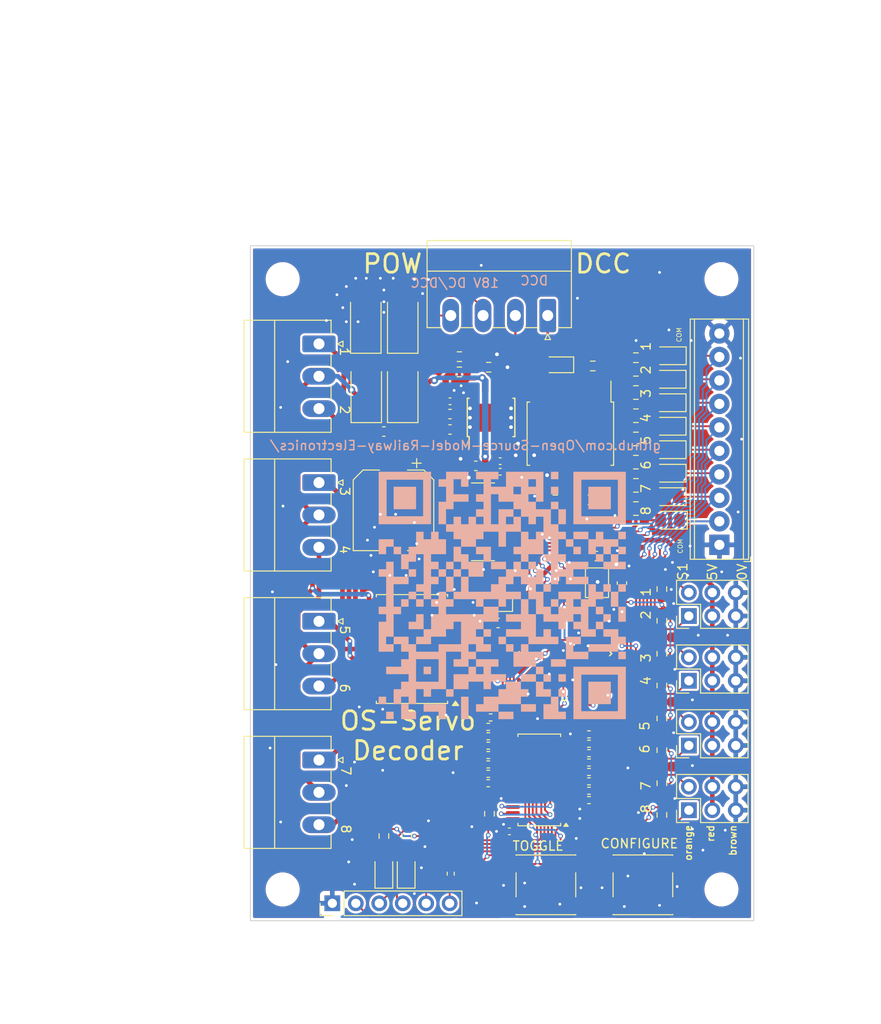
<source format=kicad_pcb>
(kicad_pcb (version 20240108) (generator "pcbnew") (generator_version "8.0")
  (layers (0 "F.Cu" signal) (31 "B.Cu" signal) (34 "B.Paste" user) (35 "F.Paste" user) (36 "B.SilkS" user "B.Silkscreen") (37 "F.SilkS" user "F.Silkscreen") (38 "B.Mask" user) (39 "F.Mask" user) (44 "Edge.Cuts" user))
  (net 0 "")
  (net 1 "GND")
  (net 2 "Net-(D201-A)")
  (net 4 "Net-(U901-BS)")
  (net 5 "Net-(U901-SW)")
  (net 6 "Net-(U901-FB)")
  (net 9 "Net-(D1001-K)")
  (net 10 "+5V")
  (net 11 "Net-(U1001-EN)")
  (net 13 "/atmega/X1")
  (net 14 "/atmega/X2")
  (net 15 "VCC")
  (net 16 "+5VA")
  (net 17 "/atmega/LED")
  (net 18 "/Buck/B")
  (net 19 "/Buck/A")
  (net 20 "/atmega/reset")
  (net 21 "/DCC/DCC_TTL")
  (net 22 "/atmega/sw1")
  (net 23 "/atmega/sw2")
  (net 24 "/Connector/B")
  (net 25 "/Connector/A")
  (net 26 "/PCA9685/bus1.pin2")
  (net 27 "/PCA9685/bus1.pin1")
  (net 28 "/PCA9685/bus2.pin1")
  (net 29 "/PCA9685/bus2.pin2")
  (net 30 "/PCA9685/bus3.pin2")
  (net 31 "/PCA9685/bus3.pin1")
  (net 32 "/PCA9685/bus4.pin2")
  (net 33 "/PCA9685/bus4.pin1")
  (net 35 "/ULN2803/4.pin2")
  (net 36 "/ULN2803/2.pin2")
  (net 37 "/ULN2803/3.pin2")
  (net 38 "/ULN2803/1.pin1")
  (net 39 "/ULN2803/3.pin1")
  (net 40 "/ULN2803/1.pin2")
  (net 41 "/ULN2803/2.pin1")
  (net 42 "/ULN2803/4.pin1")
  (net 43 "/atmega/LED2")
  (net 44 "Net-(D202-A)")
  (net 45 "Net-(U1601-~{OE})")
  (net 46 "Net-(U1601-LED0)")
  (net 47 "Net-(U1601-LED1)")
  (net 48 "Net-(U1601-LED2)")
  (net 49 "Net-(U1601-LED3)")
  (net 50 "Net-(U1601-LED4)")
  (net 51 "Net-(U1601-LED5)")
  (net 52 "Net-(U1601-LED6)")
  (net 53 "Net-(U1601-LED7)")
  (net 54 "/PCA9685/SDA")
  (net 55 "/PCA9685/SCL")
  (net 56 "/atmega/MOSI")
  (net 57 "/PCA9685/uln1")
  (net 58 "/PCA9685/uln5")
  (net 59 "/PCA9685/uln7")
  (net 60 "/PCA9685/uln2")
  (net 61 "/PCA9685/uln8")
  (net 62 "/PCA9685/uln3")
  (net 63 "/PCA9685/uln6")
  (net 64 "/PCA9685/uln4")
  (net 66 "/atmega/sw3")
  (net 67 "/atmega/sw4")
  (net 68 "/atmega/sw5")
  (net 69 "Net-(U1601-LED8)")
  (net 70 "Net-(U1601-LED9)")
  (net 71 "Net-(U1601-LED10)")
  (net 72 "Net-(U1601-LED11)")
  (net 73 "Net-(U1601-LED12)")
  (net 74 "Net-(U1601-LED13)")
  (net 75 "Net-(U1601-LED14)")
  (net 76 "Net-(U1601-LED15)")
  (net 78 "/atmega/sw6")
  (net 79 "/atmega/sw7")
  (net 80 "/atmega/sw8")
  (net 81 "/atmega/toggle")
  (net 82 "/atmega/conf")
  (net 85 "Net-(D505-A)")
  (net 86 "Net-(D506-A)")
  (net 87 "Net-(D507-A)")
  (net 88 "Net-(D508-A)")
  (net 89 "Net-(D509-A)")
  (net 90 "Net-(D510-A)")
  (net 91 "Net-(D511-A)")
  (net 92 "Net-(D512-A)")
  (footprint "Connector_PinHeader_2.54mm:PinHeader_2x03_P2.54mm_Vertical" (layer "F.Cu") (at 141.475 148.433 90)
    (property "Reference" "J801" (hide yes))
    (property "Value" "Conn_02x03_Odd_Even")
  )
  (footprint "Capacitor_SMD:C_0402_1005Metric" (layer "F.Cu") (at 122.047 164.719 180)
    (property "Reference" "C1601" (hide yes))
    (property "Value" "100nF")
  )
  (footprint "custom_kicad_lib_sk:R_0603_smalltext" (layer "F.Cu") (at 130.82675 128.86475 180)
    (property "Reference" "R1002" (hide yes))
    (property "Value" "10k")
  )
  (footprint "Package_SO:TI_SO-PowerPAD-8" (layer "F.Cu") (at 120.0635 119.9515 90)
    (property "Reference" "U901" (hide yes))
    (property "Value" "MT2499A")
  )
  (footprint "custom_kicad_lib_sk:R_0603_smalltext" (layer "F.Cu") (at 131.08075 114.38675 180)
    (property "Reference" "R1001" (hide yes))
    (property "Value" "1k")
  )
  (footprint "Capacitor_SMD:C_0603_1608Metric" (layer "F.Cu") (at 115.6185 119.588)
    (property "Reference" "C904" (hide yes))
    (property "Value" "22uF")
  )
  (footprint "LED_SMD:LED_0805_2012Metric_Pad1.15x1.40mm_HandSolder" (layer "F.Cu") (at 108.458 169 90)
    (property "Reference" "D201" (hide yes))
    (property "Value" "LED")
  )
  (footprint "Resistor_SMD:R_0402_1005Metric" (layer "F.Cu") (at 130.6615 156.26)
    (property "Reference" "R1607" (hide yes))
    (property "Value" "220R")
  )
  (footprint "LED_SMD:LED_0805_2012Metric_Pad1.15x1.40mm_HandSolder" (layer "F.Cu") (at 110.871 169 90)
    (property "Reference" "D202" (hide yes))
    (property "Value" "LED")
  )
  (footprint "custom_kicad_lib_sk:tactile_SMD_6mm" (layer "F.Cu") (at 136.5 170.5 180)
    (property "Reference" "SW602" (hide yes))
    (property "Value" "SW_Push")
  )
  (footprint "custom_kicad_lib_sk:R_0603_smalltext" (layer "F.Cu") (at 135.7395 121.024)
    (property "Reference" "R504" (hide yes))
    (property "Value" "1k")
  )
  (footprint "Connector_Phoenix_MC:PhoenixContact_MC_1,5_3-G-3.5_1x03_P3.50mm_Horizontal" (layer "F.Cu") (at 101.4325 127 -90)
    (property "Reference" "J401" (hide yes))
    (property "Value" "Screw_Terminal_01x03")
  )
  (footprint "Capacitor_SMD:C_0402_1005Metric" (layer "F.Cu") (at 131.809411 140.876411 -45)
    (property "Reference" "C202" (hide yes))
    (property "Value" "100nF")
  )
  (footprint "Connector_Phoenix_MC:PhoenixContact_MC_1,5_3-G-3.5_1x03_P3.50mm_Horizontal" (layer "F.Cu") (at 101.4325 142 -90)
    (property "Reference" "J1401" (hide yes))
    (property "Value" "Screw_Terminal_01x03")
  )
  (footprint "custom_kicad_lib_sk:R_0603_smalltext" (layer "F.Cu") (at 135.7395 123.534)
    (property "Reference" "R505" (hide yes))
    (property "Value" "1k")
  )
  (footprint "custom_kicad_lib_sk:R_0603_smalltext" (layer "F.Cu") (at 135.7395 113.494)
    (property "Reference" "R501" (hide yes))
    (property "Value" "1k")
  )
  (footprint "custom_kicad_lib_sk:R_0603_smalltext" (layer "F.Cu") (at 119.888 162.814 90)
    (property "Reference" "R1601" (hide yes))
    (property "Value" "10k")
  )
  (footprint "custom_kicad_lib_sk:R_0603_smalltext" (layer "F.Cu") (at 138.557 138.512 -90)
    (property "Reference" "R702" (hide yes))
    (property "Value" "10k")
  )
  (footprint "Resistor_SMD:R_0402_1005Metric" (layer "F.Cu") (at 130.6615 158.292)
    (property "Reference" "R1605" (hide yes))
    (property "Value" "220R")
  )
  (footprint "LED_SMD:LED_0805_2012Metric_Pad1.15x1.40mm_HandSolder" (layer "F.Cu") (at 139.31 123.444 180)
    (property "Reference" "D509" (hide yes))
    (property "Value" "LED")
  )
  (footprint "Resistor_SMD:R_0402_1005Metric" (layer "F.Cu") (at 130.6615 161.34)
    (property "Reference" "R1602" (hide yes))
    (property "Value" "220R")
  )
  (footprint "Resistor_SMD:R_0402_1005Metric" (layer "F.Cu") (at 119.759001 157.48 180)
    (property "Reference" "R1615" (hide yes))
    (property "Value" "220R")
  )
  (footprint "Resistor_SMD:R_0402_1005Metric" (layer "F.Cu") (at 130.6615 154.228)
    (property "Reference" "R1609" (hide yes))
    (property "Value" "220R")
  )
  (footprint "LED_SMD:LED_0805_2012Metric_Pad1.15x1.40mm_HandSolder" (layer "F.Cu") (at 139.324 113.284 180)
    (property "Reference" "D505" (hide yes))
    (property "Value" "LED")
  )
  (footprint "Connector_PinHeader_2.54mm:PinHeader_2x03_P2.54mm_Vertical" (layer "F.Cu") (at 141.475 162.433 90)
    (property "Reference" "J1001" (hide yes))
    (property "Value" "Conn_02x03_Odd_Even")
  )
  (footprint "Resistor_SMD:R_0402_1005Metric" (layer "F.Cu") (at 130.6615 157.276)
    (property "Reference" "R1606" (hide yes))
    (property "Value" "220R")
  )
  (footprint "Connector_PinHeader_2.54mm:PinHeader_2x03_P2.54mm_Vertical" (layer "F.Cu") (at 141.475 141.433 90)
    (property "Reference" "J701" (hide yes))
    (property "Value" "Conn_02x03_Odd_Even")
  )
  (footprint "Connector_Phoenix_MC:PhoenixContact_MC_1,5_3-G-3.5_1x03_P3.50mm_Horizontal" (layer "F.Cu") (at 101.4325 112 -90)
    (property "Reference" "J1301" (hide yes))
    (property "Value" "Screw_Terminal_01x03")
  )
  (footprint "custom_kicad_lib_sk:tactile_SMD_6mm" (layer "F.Cu") (at 126 170.5 180)
    (property "Reference" "SW601" (hide yes))
    (property "Value" "SW_Push")
  )
  (footprint "MountingHole:MountingHole_3.2mm_M3" (layer "F.Cu") (at 145 171)
    (property "Reference" "REF**" (hide yes))
    (property "Value" "MountingHole_3.2mm_M3")
  )
  (footprint "custom_kicad_lib_sk:R_0603_smalltext" (layer "F.Cu") (at 135.7395 128.554)
    (property "Reference" "R507" (hide yes))
    (property "Value" "1k")
  )
  (footprint "Resistor_SMD:R_0603_1608Metric" (layer "F.Cu") (at 116.6345 115.031 180)
    (property "Reference" "R903" (hide yes))
    (property "Value" "150k")
  )
  (footprint "Resistor_SMD:R_0402_1005Metric" (layer "F.Cu") (at 130.6615 160.324)
    (property "Reference" "R1603" (hide yes))
    (property "Value" "220R")
  )
  (footprint "Resistor_SMD:R_0402_1005Metric_Pad0.72x0.64mm_HandSolder" (layer "F.Cu") (at 115.697 169.291 90)
    (property "Reference" "R202" (hide yes))
    (property "Value" "10k")
  )
  (footprint "Resistor_SMD:R_0402_1005Metric" (layer "F.Cu") (at 130.6615 159.308)
    (property "Reference" "R1604" (hide yes))
    (property "Value" "220R")
  )
  (footprint "Resistor_SMD:R_0402_1005Metric" (layer "F.Cu") (at 119.759001 159.512 180)
    (property "Reference" "R1617" (hide yes))
    (property "Value" "220R")
  )
  (footprint "TerminalBlock_Phoenix:TerminalBlock_Phoenix_MPT-0,5-10-2.54_1x10_P2.54mm_Horizontal" (layer "F.Cu") (at 144.78 133.731 90)
    (property "Reference" "J501" (hide yes))
    (property "Value" "Screw_Terminal_01x10")
  )
  (footprint "Connector_PinHeader_2.54mm:PinHeader_2x03_P2.54mm_Vertical" (layer "F.Cu") (at 141.475 155.433 90)
    (property "Reference" "J901" (hide yes))
    (property "Value" "Conn_02x03_Odd_Even")
  )
  (footprint "Resistor_SMD:R_0402_1005Metric" (layer "F.Cu") (at 119.759001 156.464 180)
    (property "Reference" "R1614" (hide yes))
    (property "Value" "220R")
  )
  (footprint "Resistor_SMD:R_0402_1005Metric" (layer "F.Cu") (at 119.759001 154.432 180)
    (property "Reference" "R1612" (hide yes))
    (property "Value" "220R")
  )
  (footprint "Resistor_SMD:R_0402_1005Metric" (layer "F.Cu") (at 120.015 152.4 180)
    (property "Reference" "R1610" (hide yes))
    (property "Value" "220R")
  )
  (footprint "Capacitor_SMD:C_0603_1608Metric" (layer "F.Cu") (at 134.232 137.87 -90)
    (property "Reference" "C201" (hide yes))
    (property "Value" "12pF")
  )
  (footprint "Resistor_SMD:R_0603_1608Metric_Pad0.98x0.95mm_HandSolder" (layer "F.Cu") (at 110.938 165.227 -90)
    (property "Reference" "R203" (hide yes))
    (property "Value" "6k2")
  )
  (footprint "Package_SO:SOP-8_6.62x9.15mm_P2.54mm" (layer "F.Cu") (at 128.64475 121.70975 -90)
    (property "Reference" "U1001" (hide yes))
    (property "Value" "6N137")
  )
  (footprint "LED_SMD:LED_0805_2012Metric_Pad1.15x1.40mm_HandSolder" (layer "F.Cu") (at 139.31 120.904 180)
    (property "Reference" "D508" (hide yes))
    (property "Value" "LED")
  )
  (footprint "Connector_PinHeader_2.54mm:PinHeader_1x06_P2.54mm_Vertical" (layer "F.Cu") (at 102.88 172.5 90)
    (property "Reference" "J201" (hide yes))
    (property "Value" "ICSP")
  )
  (footprint "Resistor_SMD:R_0603_1608Metric" (layer "F.Cu") (at 116.6345 113.38)
    (property "Reference" "R901" (hide yes))
    (property "Value" "220k")
  )
  (footprint "custom_kicad_lib_sk:R_0603_smalltext" (layer "F.Cu") (at 138.557 152.512 -90)
    (property "Reference" "R905" (hide yes))
    (property "Value" "10k")
  )
  (footprint "custom_kicad_lib_sk:R_0603_smalltext" (layer "F.Cu") (at 127.01675 128.86475 180)
    (property "Reference" "R1003" (hide yes))
    (property "Value" "10k")
  )
  (footprint "Capacitor_SMD:C_0603_1608Metric" (layer "F.Cu") (at 118.4125 125.191 180)
    (property "Reference" "C901" (hide yes))
    (property "Value" "22uF")
  )
  (footprint "Capacitor_SMD:C_0603_1608Metric" (layer "F.Cu") (at 131.47 134.949 180)
    (property "Reference" "C203" (hide yes))
    (property "Value" "12pF")
  )
  (footprint "Resistor_SMD:R_0402_1005Metric" (layer "F.Cu") (at 130.6615 155.244)
    (property "Reference" "R1608" (hide yes))
    (property "Value" "220R")
  )
  (footprint "custom_kicad_lib_sk:R_0603_smalltext" (layer "F.Cu") (at 135.7395 118.514)
    (property "Reference" "R503" (hide yes))
    (property "Value" "1k")
  )
  (footprint "LED_SMD:LED_0805_2012Metric_Pad1.15x1.40mm_HandSolder" (layer "F.Cu") (at 139.437 131.064 180)
    (property "Reference" "D512" (hide yes))
    (property "Value" "LED")
  )
  (footprint "Package_QFP:TQFP-32_7x7mm_P0.8mm" (layer "F.Cu") (at 128 145.5 -135)
    (property "Reference" "U202" (hide yes))
    (property "Value" "ATmega328-A")
  )
  (footprint "Diode_SMD:D_SMA" (layer "F.Cu") (at 110.5 109.5 90)
    (property "Reference" "D502" (hide yes))
    (property "Value" "SS53")
  )
  (footprint "Diode_SMD:D_SMA" (layer "F.Cu") (at 106.55 117 90)
    (property "Reference" "D503" (hide yes))
    (property "Value" "SS53")
  )
  (footprint "Resistor_SMD:R_0402_1005Metric" (layer "F.Cu") (at 119.759001 153.416 180)
    (property "Reference" "R1611" (hide yes))
    (property "Value" "220R")
  )
  (footprint "Package_SO:SOIC-18W_7.5x11.6mm_P1.27mm" (layer "F.Cu") (at 111.5 145 180)
    (property "Reference" "U1101" (hide yes))
    (property "Value" "ULN2803A")
  )
  (footprint "Capacitor_SMD:C_0603_1608Metric" (layer "F.Cu") (at 115.6185 121.254)
    (property "Reference" "C905" (hide yes))
    (property "Value" "22uF")
  )
  (footprint "custom_kicad_lib_sk:R_0603_smalltext" (layer "F.Cu") (at 138.557 155.941 90)
    (property "Reference" "R904" (hide yes))
    (property "Value" "10k")
  )
  (footprint "MountingHole:MountingHole_3.2mm_M3" (layer "F.Cu") (at 97.5 105)
    (property "Reference" "REF**" (hide yes))
    (property "Value" "MountingHole_3.2mm_M3")
  )
  (footprint "Diode_SMD:D_SOD-323" (layer "F.Cu") (at 120.777 140.081 180)
    (property "Reference" "D401" (hide yes))
    (property "Value" "1N4148WS")
  )
  (footprint "LED_SMD:LED_0805_2012Metric_Pad1.15x1.40mm_HandSolder" (layer "F.Cu") (at 139.31 125.984 180)
    (property "Reference" "D510" (hide yes))
    (property "Value" "LED")
  )
  (footprint "custom_kicad_lib_sk:R_0603_smalltext" (layer "F.Cu") (at 135.7395 131.064)
    (property "Reference" "R508" (hide yes))
    (property "Value" "1k")
  )
  (footprint "custom_kicad_lib_sk:R_0603_smalltext" (layer "F.Cu") (at 138.557 141.941 90)
    (property "Reference" "R701" (hide yes))
    (property "Value" "10k")
  )
  (footprint "custom_kicad_lib_sk:crystal_arduino" (layer "F.Cu") (at 131.311 137.777 90)
    (property "Reference" "Y201" (hide yes))
    (property "Value" "Crystal_GND2")
  )
  (footprint "Diode_SMD:D_SOD-323" (layer "F.Cu") (at 127.39775 114.25975 180)
    (property "Reference" "D1001" (hide yes))
    (property "Value" "1N4148WS")
  )
  (footprint "Capacitor_SMD:C_0603_1608Metric" (layer "F.Cu") (at 120.827 142.181 180)
    (property "Reference" "C402" (hide yes))
    (property "Value" "22uF")
  )
  (footprint "LED_SMD:LED_0805_2012Metric_Pad1.15x1.40mm_HandSolder" (layer "F.Cu") (at 139.31 118.364 180)
    (property "Reference" "D507" (hide yes))
    (property "Value" "LED")
  )
  (footprint "MountingHole:MountingHole_3.2mm_M3" (layer "F.Cu") (at 97.5 171)
    (property "Reference" "REF**" (hide yes))
    (property "Value" "MountingHole_3.2mm_M3")
  )
  (footprint "Connector_Phoenix_MC:PhoenixContact_MC_1,5_3-G-3.5_1x03_P3.50mm_Horizontal" (layer "F.Cu") (at 101.4325 157 -90)
    (property "Reference" "J1501" (hide yes))
    (property "Value" "Screw_Terminal_01x03")
  )
  (footprint "custom_kicad_lib_sk:R_0603_smalltext" (layer "F.Cu") (at 135.7395 126.044)
    (property "Reference" "R506" (hide yes))
    (property "Value" "1k")
  )
  (footprint "Diode_SMD:D_SMA" (layer "F.Cu") (at 110.5 117 90)
    (property "Reference" "D501" (hide yes))
    (property "Value" "SS53")
  )
  (footprint "custom_kicad_lib_sk:R_0603_smalltext" (layer "F.Cu") (at 138.557 145.512 -90)
    (property "Reference" "R802" (hide yes))
    (property "Value" "10k")
  )
  (footprint "MountingHole:MountingHole_3.2mm_M3" (layer "F.Cu") (at 145 105)
    (property "Reference" "REF**" (hide yes))
    (property "Value" "MountingHole_3.2mm_M3")
  )
  (footprint "Package_SO:TSSOP-28_4.4x9.7mm_P0.65mm" (layer "F.Cu") (at 125.2805 159.157 180)
    (property "Reference" "U1601" (hide yes))
    (property "Value" "PCA9685PW")
  )
  (footprint "Connector_Phoenix_MC:PhoenixContact_MC_1,5_4-G-3.5_1x04_P3.50mm_Horizontal" (layer "F.Cu") (at 126.195 108.9325 180)
    (property "Reference" "J101" (hide yes))
    (property "Value" "FEMALE")
  )
  (footprint "Resistor_SMD:R_0402_1005Metric" (layer "F.Cu") (at 119.759001 158.496 180)
    (property "Reference" "R1616" (hide yes))
    (property "Value" "220R")
  )
  (footprint "Resistor_SMD:R_0402_1005Metric" (layer "F.Cu") (at 119.759001 155.448 180)
    (property "Reference" "R1613" (hide yes))
    (property "Value" "220R")
  )
  (footprint "custom_kicad_lib_sk:R_0603_smalltext" (layer "F.Cu") (at 138.557 162.941 90)
    (property "Reference" "R1004" (hide yes))
    (property "Value" "10k")
  )
  (footprint "Capacitor_SMD:C_0402_1005Metric" (layer "F.Cu") (at 121.0515 124.683)
    (property "Reference" "C902" (hide yes))
    (property "Value" "100nF")
  )
  (footprint "Capacitor_SMD:C_0402_1005Metric" (layer "F.Cu") (at 121.0515 125.826)
    (property "Reference" "C903" (hide yes))
    (property "Value" "22nF")
  )
  (footprint "Inductor_SMD:L_Bourns-SRN8040_8x8.15mm" (layer "F.Cu") (at 119.19 131.241 180)
    (property "Reference" "L901" (hide yes))
    (property "Value" "L")
  )
  (footprint "Capacitor_SMD:CP_Elec_8x10.5" (layer "F.Cu") (at 109.5 130 -90)
    (property "Reference" "C401" (hide yes))
    (property "Value" "1000uF")
  )
  (footprint "LED_SMD:LED_0805_2012Metric_Pad1.15x1.40mm_HandSolder" (layer "F.Cu") (at 139.31 115.824 180)
    (property "Reference" "D506" (hide yes))
    (property "Value" "LED")
  )
  (footprint "custom_kicad_lib_sk:R_0603_smalltext" (layer "F.Cu") (at 135.7395 116.004)
    (property "Reference" "R502" (hide yes))
    (property "Value" "1k")
  )
  (footprint "Capacitor_SMD:C_0402_1005Metric" (layer "F.Cu") (at 115.6205 118.206)
    (property "Reference" "C906" (hide yes))
    (property "Value" "100nF")
  )
  (footprint "Resistor_SMD:R_0603_1608Metric" (layer "F.Cu") (at 119.8095 114.523)
    (property "Reference" "R902" (hide yes))
    (property "Value" "20k")
  )
  (footprint "custom_kicad_lib_sk:R_0603_smalltext" (layer "F.Cu") (at 138.557 148.941 90)
    (property "Reference" "R801" (hide yes))
    (property "Value" "10k")
  )
  (footprint "Diode_SMD:D_SMA" (layer "F.Cu") (at 106.5 109.5 90)
    (property "Reference" "D504" (hide yes))
    (property "Value" "SS53")
  )
  (footprint "custom_kicad_lib_sk:R_0603_smalltext" (layer "F.Cu") (at 138.557 159.512 -90)
    (property "Reference" "R1005" (hide yes))
    (property "Value" "10k")
  )
  (footprint "Capacitor_SMD:C_0603_1608Metric" (layer "F.Cu") (at 108.455 121.477 180)
    (property "Reference" "C501" (hide yes))
    (property "Value" "100nF")
  )
  (footprint "LED_SMD:LED_0805_2012Metric_Pad1.15x1.40mm_HandSolder" (layer "F.Cu") (at 139.31 128.524 180)
    (property "Reference" "D511" (hide yes))
    (property "Value" "LED")
  )
  (footprint "Resistor_SMD:R_0603_1608Metric_Pad0.98x0.95mm_HandSolder" (layer "F.Cu") (at 108.464 165.227 -90)
    (property "Reference" "R201" (hide yes))
    (property "Value" "6k2")
  )
  (footprint "custom_kicad_lib_sk:OS-model-railway-electronics-30mm" (layer "B.Cu") (at 121.285 139.192 180)
    (property "Reference" "G***" (hide yes))
    (property "Value" "LOGO" (hide yes))
  )
  (gr_rect (start 94 101.381) (end 148.5 174.381) (stroke (width 0.1)) (fill none) (layer "Edge.Cuts"))
  (gr_text "18V DC/DCC" (at 121 106 0) (layer "B.SilkS") (effects (font (size 1 1)) (justify left bottom mirror)))
  (gr_text "github.com/Open-Source-Model-Railway-Electronics/" (at 96.012 123.571 0) (layer "B.SilkS") (effects (font (size 1 1)) (justify right bottom mirror)))
  (gr_text "DCC" (at 126.334 105.746 0) (layer "B.SilkS") (effects (font (size 1 1)) (justify left bottom mirror)))
  (gr_text "6  5" (at 137.287 154.559 90) (layer "F.SilkS") (effects (font (size 1 1)) (justify bottom)))
  (gr_text "8  7" (at 137.414 161.036 90) (layer "F.SilkS") (effects (font (size 1 1)) (justify bottom)))
  (gr_text "7" (at 137.414 127.635 90) (layer "F.SilkS") (effects (font (size 1 1)) (justify bottom)))
  (gr_text "5       6" (at 103.632 142.367 270) (layer "F.SilkS") (effects (font (size 1 1)) (justify left bottom)))
  (gr_text "COM	" (at 140.843 133.731 90) (layer "F.SilkS") (effects (font (size 0.5 0.5) (thickness 0.075)) (justify bottom)))
  (gr_text "TOGGLE" (at 122.301 166.878 0) (layer "F.SilkS") (effects (font (size 1 1)) (justify left bottom)))
  (gr_text "DCC" (at 129 104.5 0) (layer "F.SilkS") (effects (font (size 2 2) (thickness 0.3)) (justify left bottom)))
  (gr_text "2  1" (at 137.414 140.081 90) (layer "F.SilkS") (effects (font (size 1 1)) (justify bottom)))
  (gr_text "7       8" (at 103.759 157.607 270) (layer "F.SilkS") (effects (font (size 1 1)) (justify left bottom)))
  (gr_text "3" (at 137.414 117.348 90) (layer "F.SilkS") (effects (font (size 1 1)) (justify bottom)))
  (gr_text "4  3" (at 137.414 147.193 90) (layer "F.SilkS") (effects (font (size 1 1)) (justify bottom)))
  (gr_text "orange\n\nred\n\nbrown" (at 146.685 163.957 90) (layer "F.SilkS") (effects (font (size 0.75 0.75)) (justify right bottom)))
  (gr_text "1" (at 137.414 112.268 90) (layer "F.SilkS") (effects (font (size 1 1)) (justify bottom)))
  (gr_text "8" (at 137.414 130.048 90) (layer "F.SilkS") (effects (font (size 1 1)) (justify bottom)))
  (gr_text "6" (at 137.414 125.095 90) (layer "F.SilkS") (effects (font (size 1 1)) (justify bottom)))
  (gr_text "CONFIGURE" (at 131.826 166.624 0) (layer "F.SilkS") (effects (font (size 1 1)) (justify left bottom)))
  (gr_text "5" (at 137.414 122.428 90) (layer "F.SilkS") (effects (font (size 1 1)) (justify bottom)))
  (gr_text "4" (at 137.414 120.015 90) (layer "F.SilkS") (effects (font (size 1 1)) (justify bottom)))
  (gr_text "OS-Servo\nDecoder" (at 111.071431 157.157227 0) (layer "F.SilkS") (effects (font (size 2 2) (thickness 0.3)) (justify bottom)))
  (gr_text "1       2" (at 103.632 112.268 270) (layer "F.SilkS") (effects (font (size 1 1)) (justify left bottom)))
  (gr_text "POW" (at 106 104.5 0) (layer "F.SilkS") (effects (font (size 2 2) (thickness 0.3)) (justify left bottom)))
  (gr_text "3       4" (at 103.632 127.381 270) (layer "F.SilkS") (effects (font (size 1 1)) (justify left bottom)))
  (gr_text "COM	" (at 140.716 110.871 90) (layer "F.SilkS") (effects (font (size 0.5 0.5) (thickness 0.075)) (justify bottom)))
  (gr_text "2" (at 137.414 114.808 90) (layer "F.SilkS") (effects (font (size 1 1)) (justify bottom)))
  (gr_text "S1\n\n5V\n\n0V" (at 147.828 137.668 90) (layer "F.SilkS") (effects (font (size 1 1)) (justify left bottom)))
  (segment (start 121.8415 114.523) (end 121.8165 114.498) (width 1) (layer "F.Cu") (net 1))
  (segment (start 117.7775 121) (end 116.6475 121) (width 1) (layer "F.Cu") (net 1))
  (segment (start 122.2225 121) (end 117.7775 121) (width 1) (layer "F.Cu") (net 1))
  (segment (start 116.6475 121) (end 116.3935 121.254) (width 1) (layer "F.Cu") (net 1))
  (segment (start 131.597 137.743) (end 131.597 137.611) (width 0.25) (layer "F.Cu") (net 1))
  (segment (start 122.2225 118.968) (end 117.7775 118.968) (width 1) (layer "F.Cu") (net 1))
  (segment (start 131.597 137.611) (end 132.481 136.727) (width 0.25) (layer "F.Cu") (net 1))
  (segment (start 122.418 161.432) (end 121.427 161.432) (width 0.2) (layer "F.Cu") (net 1))
  (segment (start 116.1905 118.206) (end 116.9525 118.968) (width 1) (layer "F.Cu") (net 1))
  (segment (start 121.9685 122.7315) (end 121.9685 121.254) (width 1) (layer "F.Cu") (net 1))
  (segment (start 121.427 161.432) (end 121.158 161.163) (width 0.2) (layer "F.Cu") (net 1))
  (segment (start 117.7775 119.984) (end 116.7895 119.984) (width 1) (layer "F.Cu") (net 1))
  (segment (start 130.722361 142.211953) (end 131.718492 141.215822) (width 0.2) (layer "F.Cu") (net 1))
  (segment (start 134.232 137.095) (end 132.849 137.095) (width 0.25) (layer "F.Cu") (net 1))
  (segment (start 121.539 160.782) (end 121.158 161.163) (width 0.2) (layer "F.Cu") (net 1))
  (segment (start 120.6345 113.19) (end 120.6985 113.126) (width 0.7) (layer "F.Cu") (net 1))
  (segment (start 116.9525 118.968) (end 117.7775 118.968) (width 1) (layer "F.Cu") (net 1))
  (segment (start 128.397 154.178) (end 128.143 154.432) (width 0.2) (layer "F.Cu") (net 1))
  (segment (start 117.7775 119.984) (end 122.2225 119.984) (width 1) (layer "F.Cu") (net 1))
  (segment (start 132.245 134.949) (end 132.245 136.491) (width 0.25) (layer "F.Cu") (net 1))
  (segment (start 116.1905 120.365) (end 116.1905 118.206) (width 1) (layer "F.Cu") (net 1))
  (segment (start 116.3935 121.254) (end 116.1905 121.051) (width 1) (layer "F.Cu") (net 1))
  (segment (start 116.7895 119.984) (end 116.3935 119.588) (width 1) (layer "F.Cu") (net 1))
  (segment (start 116.1905 121.051) (end 116.1905 120.365) (width 1) (layer "F.Cu") (net 1))
  (segment (start 128.143 154.432) (end 128.143 154.932) (width 0.2) (layer "F.Cu") (net 1))
  (segment (start 121.9685 121.254) (end 122.2225 121) (width 1) (layer "F.Cu") (net 1))
  (segment (start 131.718492 141.215822) (end 132.148822 141.215822) (width 0.2) (layer "F.Cu") (net 1))
  (segment (start 116.1905 123.744) (end 116.1905 120.365) (width 0.7) (layer "F.Cu") (net 1))
  (segment (start 117.6375 125.191) (end 116.1905 123.744) (width 0.7) (layer "F.Cu") (net 1))
  (segment (start 128.651 154.178) (end 128.397 154.178) (width 0.2) (layer "F.Cu") (net 1))
  (segment (start 131.465 137.743) (end 131.597 137.743) (width 0.25) (layer "F.Cu") (net 1))
  (segment (start 130.581 138.627) (end 131.465 137.743) (width 0.25) (layer "F.Cu") (net 1))
  (segment (start 120.6345 114.523) (end 120.6345 113.19) (width 0.7) (layer "F.Cu") (net 1))
  (segment (start 121.8165 114.498) (end 120.6345 114.498) (width 1) (layer "F.Cu") (net 1))
  (segment (start 122.418 160.782) (end 121.539 160.782) (width 0.2) (layer "F.Cu") (net 1))
  (segment (start 117.6505 126.461) (end 117.6505 125.204) (width 0.7) (layer "F.Cu") (net 1))
  (via (at 142.494 143.51) (size 0.5) (drill 0.3) (layers "F.Cu" "B.Cu") (net 1))
  (via (at 117.6505 126.461) (size 0.8) (drill 0.4) (layers "F.Cu" "B.Cu") (net 1))
  (via (at 115.951 158.369) (size 0.5) (drill 0.3) (layers "F.Cu" "B.Cu") (net 1))
  (via (at 122.2225 121) (size 0.8) (drill 0.4) (layers "F.Cu" "B.Cu") (net 1))
  (via (at 139.954 161.163) (size 0.5) (drill 0.3) (layers "F.Cu" "B.Cu") (net 1))
  (via (at 138.938 136.398) (size 0.5) (drill 0.3) (layers "F.Cu" "B.Cu") (net 1))
  (via (at 136.652 167.132) (size 0.5) (drill 0.3) (layers "F.Cu" "B.Cu") (net 1))
  (via (at 120.65 164.719) (size 0.5) (drill 0.3) (layers "F.Cu" "B.Cu") (net 1))
  (via (at 129.286 165.481) (size 0.5) (drill 0.3) (layers "F.Cu" "B.Cu") (net 1))
  (via (at 96.393 138.811) (size 0.5) (drill 0.3) (layers "F.Cu" "B.Cu") (net 1))
  (via (at 139.827 140.081) (size 0.5) (drill 0.3) (layers "F.Cu" "B.Cu") (net 1))
  (via (at 121.158 161.163) (size 0.5) (drill 0.3) (layers "F.Cu" "B.Cu") (net 1))
  (via (at 116.064 117.031) (size 0.5) (drill 0.3) (layers "F.Cu" "B.Cu") (net 1))
  (via (at 139.827 154.051) (size 0.5) (drill 0.3) (layers "F.Cu" "B.Cu") (net 1))
  (via (at 112.268 135.255) (size 0.5) (drill 0.3) (layers "F.Cu" "B.Cu") (net 1))
  (via (at 96.774 146.685) (size 0.5) (drill 0.3) (layers "F.Cu" "B.Cu") (net 1))
  (via (at 107.315 136.652) (size 0.5) (drill 0.3) (layers "F.Cu" "B.Cu") (net 1))
  (via (at 108.077 130.429) (size 0.5) (drill 0.3) (layers "F.Cu" "B.Cu") (net 1))
  (via (at 118.491 172.466) (size 0.5) (drill 0.3) (layers "F.Cu" "B.Cu") (net 1))
  (via (at 111.76 105.029) (size 0.5) (drill 0.3) (layers "F.Cu" "B.Cu") (net 1))
  (via (at 108.458 106.172) (size 0.5) (drill 0.3) (layers "F.Cu" "B.Cu") (net 1))
  (via (at 141.859 157.607) (size 0.5) (drill 0.3) (layers "F.Cu" "B.Cu") (net 1))
  (via (at 134.874 169.545) (size 0.5) (drill 0.3) (layers "F.Cu" "B.Cu") (net 1))
  (via (at 108.331 158.115) (size 0.5) (drill 0.3) (layers "F.Cu" "B.Cu") (net 1))
  (via (at 135.763 111.633) (size 0.5) (drill 0.3) (layers "F.Cu" "B.Cu") (net 1))
  (via (at 135.001 136.017) (size 0.5) (drill 0.3) (layers "F.Cu" "B.Cu") (net 1))
  (via (at 114.173 139.954) (size 0.5) (drill 0.3) (layers "F.Cu" "B.Cu") (net 1))
  (via (at 105.283 170.434) (size 0.5) (drill 0.3) (layers "F.Cu" "B.Cu") (net 1))
  (via (at 141.859 164.465) (size 0.5) (drill 0.3) (layers "F.Cu" "B.Cu") (net 1))
  (via (at 141.605 133.858) (size 0.5) (drill 0.3) (layers "F.Cu" "B.Cu") (net 1))
  (via (at 105.791 151.257) (size 0.5) (drill 0.3) (layers "F.Cu" "B.Cu") (net 1))
  (via (at 97.282 118.872) (size 0.5) (drill 0.3) (layers "F.Cu" "B.Cu") (net 1))
  (via (at 122.7305 124.048) (size 0.8) (drill 0.4) (layers "F.Cu" "B.Cu") (net 1))
  (via (at 146.812 130.175) (size 0.5) (drill 0.3) (layers "F.Cu" "B.Cu") (net 1))
  (via (at 123.698 172.847) (size 0.5) (drill 0.3) (layers "F.Cu" "B.Cu") (net 1))
  (via (at 132.08 170.815) (size 0.5) (drill 0.3) (layers "F.Cu" "B.Cu") (net 1))
  (via (at 145.034 136.652) (size 0.5) (drill 0.3) (layers "F.Cu" "B.Cu") (net 1))
  (via (at 121.412 163.957) (size 0.5) (drill 0.3) (layers "F.Cu" "B.Cu") (net 1))
  (via (at 133.35 140.716) (size 0.5) (drill 0.3) (layers "F.Cu" "B.Cu") (net 1))
  (via (at 147.066 113.538) (size 0.5) (drill 0.3) (layers "F.Cu" "B.Cu") (net 1))
  (via (at 129.794 170.815) (size 0.5) (drill 0.3) (layers "F.Cu" "B.Cu") (net 1))
  (via (at 127.889 145.161) (size 0.5) (drill 0.3) (layers "F.Cu" "B.Cu") (net 1))
  (via (at 105.029 165.608) (size 0.5) (drill 0.3) (layers "F.Cu" "B.Cu") (net 1))
  (via (at 106.68 133.223) (size 0.5) (drill 0.3) (layers "F.Cu" "B.Cu") (net 1))
  (via (at 113.284 163.576) (size 0.5) (drill 0.3) (layers "F.Cu" "B.Cu") (net 1))
  (via (at 117.08 117.285) (size 0.5) (drill 0.3) (layers "F.Cu" "B.Cu") (net 1))
  (via (at 126.365 147.701) (size 0.5) (drill 0.3) (layers "F.Cu" "B.Cu") (net 1))
  (via (at 139.7 135.636) (size 0.5) (drill 0.3) (layers "F.Cu" "B.Cu") (net 1))
  (via (at 104.648 168.021) (size 0.5) (drill 0.3) (layers "F.Cu" "B.Cu") (net 1))
  (via (at 121.8415 114.523) (size 0.8) (drill 0.4) (layers "F.Cu" "B.Cu") (net 1))
  (via (at 134.493 172.847) (size 0.5) (drill 0.3) (layers "F.Cu" "B.Cu") (net 1))
  (via (at 107.061 134.874) (size 0.5) (drill 0.3) (layers "F.Cu" "B.Cu") (net 1))
  (via (at 104.394 109.601) (size 0.5) (drill 0.3) (layers "F.Cu" "B.Cu") (net 1))
  (via (at 129.667 163.322) (size 0.5) (drill 0.3) (layers "F.Cu" "B.Cu") (net 1))
  (via (at 115.189 152.146) (size 0.5) (drill 0.3) (layers "F.Cu" "B.Cu") (net 1))
  (via (at 121.412 170.561) (size 0.5) (drill 0.3) (layers "F.Cu" "B.Cu") (net 1))
  (via (at 97.282 163.703) (size 0.5) (drill 0.3) (layers "F.Cu" "B.Cu") (net 1))
  (via (at 117.983 164.211) (size 0.5) (drill 0.3) (layers "F.Cu" "B.Cu") (net 1))
  (via (at 102.235 109.474) (size 0.5) (drill 0.3) (layers "F.Cu" "B.Cu") (net 1))
  (via (at 118.872 141.986) (size 0.5) (drill 0.3) (layers "F.Cu" "B.Cu") (net 1))
  (via (at 145.415 164.592) (size 0.5) (drill 0.3) (layers "F.Cu" "B.Cu") (net 1))
  (via (at 129.413 107.061) (size 0.5) (drill 0.3) (layers "F.Cu" "B.Cu") (net 1))
  (via (at 109.474 104.902) (size 0.5) (drill 0.3) (layers "F.Cu" "B.Cu") (net 1))
  (via (at 109.728 130.429) (size 0.5) (drill 0.3) (layers "F.Cu" "B.Cu") (net 1))
  (via (at 124.079 149.86) (size 0.5) (drill 0.3) (layers "F.Cu" "B.Cu") (net 1))
  (via (at 116.826 116.523) (size 0.5) (drill 0.3) (layers "F.Cu" "B.Cu") (net 1))
  (via (at 124.73075 124.03875) (size 0.8) (drill 0.4) (layers "F.Cu" "B.Cu") (net 1))
  (via (at 140.208 170.688) (size 0.5) (drill 0.3) (layers "F.Cu" "B.Cu") (net 1))
  (via (at 128.651 154.178) (size 0.5) (drill 0.3) (layers "F.Cu" "B.Cu") (net 1))
  (via (at 104.013 108.077) (size 0.5) (drill 0.3) (layers "F.Cu" "B.Cu") (net 1))
  (via (at 104.394 105.791) (size 0.5) (drill 0.3) (layers "F.Cu" "B.Cu") (net 1))
  (via (at 128.651 137.414) (size 0.5) (drill 0.3) (layers "F.Cu" "B.Cu") (net 1))
  (via (at 117.7775 121) (size 0.8) (drill 0.4) (layers "F.Cu" "B.Cu") (net 1))
  (via (at 112.522 168.656) (size 0.5) (drill 0.3) (layers "F.Cu" "B.Cu") (net 1))
  (via (at 96.139 155.702) (size 0.5) (drill 0.3) (layers "F.Cu" "B.Cu") (net 1))
  (via (at 105.41 104.902) (size 0.5) (drill 0.3) (layers "F.Cu" "B.Cu") (net 1))
  (via (at 139.573 138.557) (size 0.5) (drill 0.3) (layers "F.Cu" "B.Cu") (net 1))
  (via (at 133.477 130.556) (size 0.5) (drill 0.3) (layers "F.Cu" "B.Cu") (net 1))
  (via (at 122.2225 118.968) (size 0.8) (drill 0.4) (layers "F.Cu" "B.Cu") (net 1))
  (via (at 107.442 131.826) (size 0.5) (drill 0.3) (layers "F.Cu" "B.Cu") (net 1))
  (via (at 138.303 104.267) (size 0.5) (drill 0.3) (layers "F.Cu" "B.Cu") (net 1))
  (via (at 132.842 141.986) (size 0.5) (drill 0.3) (layers "F.Cu" "B.Cu") (net 1))
  (via (at 105.283 157.226) (size 0.5) (drill 0.3) (layers "F.Cu" "B.Cu") (net 1))
  (via (at 116.7615 124.429) (size 0.8) (drill 0.4) (layers "F.Cu" "B.Cu") (net 1))
  (via (at 118.237 141.351) (size 0.5) (drill 0.3) (layers "F.Cu" "B.Cu") (net 1))
  (via (at 133.629 135.838) (size 0.8) (drill 0.4) (layers "F.Cu" "B.Cu") (net 1))
  (via (at 106.553 104.902) (size 0.5) (drill 0.3) (layers "F.Cu" "B.Cu") (net 1))
  (via (at 127.508 172.593) (size 0.5) (drill 0.3) (layers "F.Cu" "B.Cu") (net 1))
  (via (at 110.871 137.033) (size 0.5) (drill 0.3) (layers "F.Cu" "B.Cu") (net 1))
  (via (at 141.859 150.495) (size 0.5) (drill 0.3) (layers "F.Cu" "B.Cu") (net 1))
  (via (at 125.603 132.588) (size 0.5) (drill 0.3) (layers "F.Cu" "B.Cu") (net 1))
  (via (at 129.54 143.256) (size 0.5) (drill 0.3) (layers "F.Cu" "B.Cu") (net 1))
  (via (at 133.731 134.366) (size 0.5) (drill 0.3) (layers "F.Cu" "B.Cu") (net 1))
  (via (at 119.253 136.398) (size 0.5) (drill 0.3) (layers "F.Cu" "B.Cu") (net 1))
  (via (at 112.903 166.37) (size 0.5) (drill 0.3) (layers "F.Cu" "B.Cu") (net 1))
  (via (at 139.319 110.49) (size 0.5) (drill 0.3) (layers "F.Cu" "B.Cu") (net 1))
  (via (at 116.078 138.557) (size 0.5) (drill 0.3) (layers "F.Cu" "B.Cu") (net 1))
  (via (at 130.556 144.653) (size 0.5) (drill 0.3) (layers "F.Cu" "B.Cu") (net 1))
  (via (at 104.394 159.766) (size 0.5) (drill 0.3) (layers "F.Cu" "B.Cu") (net 1))
  (via (at 109.093 137.033) (size 0.5) (drill 0.3) (layers "F.Cu" "B.Cu") (net 1))
  (via (at 112.649 106.553) (size 0.5) (drill 0.3) (layers "F.Cu" "B.Cu") (net 1))
  (via (at 117.7775 118.968) (size 0.8) (drill 0.4) (layers "F.Cu" "B.Cu") (net 1))
  (via (at 134.239 140.97) (size 0.5) (drill 0.3) (layers "F.Cu" "B.Cu") (net 1))
  (via (at 145.669 143.51) (size 0.5) (drill 0.3) (layers "F.Cu" "B.Cu") (net 1))
  (via (at 111.76 131.318) (size 0.5) (drill 0.3) (layers "F.Cu" "B.Cu") (net 1))
  (via (at 147.193 122.301) (size 0.5) (drill 0.3) (layers "F.Cu" "B.Cu") (net 1))
  (via (at 112.014 133.604) (size 0.5) (drill 0.3) (layers "F.Cu" "B.Cu") (net 1))
  (via (at 130.429 130.937) (size 0.5) (drill 0.3) (layers "F.Cu" "B.Cu") (net 1))
  (via (at 108.331 151.511) (size 0.5) (drill 0.3) (layers "F.Cu" "B.Cu") (net 1))
  (via (at 120.6985 113.126) (size 0.8) (drill 0.4) (layers "F.Cu" "B.Cu") (net 1))
  (via (at 139.954 147.193) (size 0.5) (drill 0.3) (layers "F.Cu" "B.Cu") (net 1))
  (via (at 134.874 157.861) (size 0.5) (drill 0.3) (layers "F.Cu" "B.Cu") (net 1))
  (via (at 141.732 111.633) (size 0.5) (drill 0.3) (layers "F.Cu" "B.Cu") (net 1))
  (via (at 143.002 166.751) (size 0.5) (drill 0.3) (layers "F.Cu" "B.Cu") (net 1))
  (via (at 98.044 113.919) (size 0.5) (drill 0.3) (layers "F.Cu" "B.Cu") (net 1))
  (via (at 113.665 141.351) (size 0.5) (drill 0.3) (layers "F.Cu" "B.Cu") (net 1))
  (via (at 131.597 137.743) (size 0.8) (drill 0.4) (layers "F.Cu" "B.Cu") (net 1))
  (via (at 105.664 109.601) (size 0.5) (drill 0.3) (layers "F.Cu" "B.Cu") (net 1))
  (via (at 118.11 139.954) (size 0.5) (drill 0.3) (layers "F.Cu" "B.Cu") (net 1))
  (via (at 111.76 171.45) (size 0.5) (drill 0.3) (layers "F.Cu" "B.Cu") (net 1))
  (via (at 114.3 139.065) (size 0.5) (drill 0.3) (layers "F.Cu" "B.Cu") (net 1))
  (via (at 136.017 162.687) (size 0.5) (drill 0.3) (layers "F.Cu" "B.Cu") (net 1))
  (via (at 126.12775 126.19775) (size 0.8) (drill 0.4) (layers "F.Cu" "B.Cu") (net 1))
  (via (at 123.698 170.307) (size 0.5) (drill 0.3) (layers "F.Cu" "B.Cu") (net 1))
  (via (at 108.458 108.585) (size 0.5) (drill 0.3) (layers "F.Cu" "B.Cu") (net 1))
  (via (at 122.682 136.525) (size 0.5) (drill 0.3) (layers "F.Cu" "B.Cu") (net 1))
  (via (at 122.9845 122.778) (size 0.8) (drill 0.4) (layers "F.Cu" "B.Cu") (net 1))
  (via (at 125.095 152.527) (size 0.5) (drill 0.3) (layers "F.Cu" "B.Cu") (net 1))
  (via (at 117.7775 119.984) (size 0.8) (drill 0.4) (layers "F.Cu" "B.Cu") (net 1))
  (via (at 129.667 162.306) (size 0.5) (drill 0.3) (layers "F.Cu" "B.Cu") (net 1))
  (via (at 123.38275 126.43075) (size 0.5) (drill 0.3) (layers "F.Cu" "B.Cu") (net 1))
  (via (at 115.062 155.575) (size 0.5) (drill 0.3) (layers "F.Cu" "B.Cu") (net 1))
  (via (at 128.905 148.336) (size 0.5) (drill 0.3) (layers "F.Cu" "B.Cu") (net 1))
  (via (at 108.077 104.902) (size 0.5) (drill 0.3) (layers "F.Cu" "B.Cu") (net 1))
  (via (at 124.77975 128.46275) (size 0.5) (drill 0.3) (layers "F.Cu" "B.Cu") (net 1))
  (via (at 103.378 106.68) (size 0.5) (drill 0.3) (layers "F.Cu" "B.Cu") (net 1))
  (via (at 141.351 137.033) (size 0.5) (drill 0.3) (layers "F.Cu" "B.Cu") (net 1))
  (via (at 108.458 107.442) (size 0.5) (drill 0.3) (layers "F.Cu" "B.Cu") (net 1))
  (via (at 113.284 105.029) (size 0.5) (drill 0.3) (layers "F.Cu" "B.Cu") (net 1))
  (via (at 128.524 135.636) (size 0.5) (drill 0.3) (layers "F.Cu" "B.Cu") (net 1))
  (via (at 97.536 129.54) (size 0.5) (drill 0.3) (layers "F.Cu" "B.Cu") (net 1))
  (via (at 122.2225 119.984) (size 0.8) (drill 0.4) (layers "F.Cu" "B.Cu") (net 1))
  (via (at 138.303 172.72) (size 0.5) (drill 0.3) (layers "F.Cu" "B.Cu") (net 1))
  (via (at 118.999 103.505) (size 0.5) (drill 0.3) (layers "F.Cu" "B.Cu") (net 1))
  (segment (start 108.458 167.975) (end 108.458 166.1455) (width 0.2) (layer "F.Cu") (net 2))
  (segment (start 108.458 166.1455) (end 108.464 166.1395) (width 0.2) (layer "F.Cu") (net 2))
  (segment (start 120.4065 125.991) (end 118.734683 125.991) (width 0.25) (layer "F.Cu") (net 4))
  (segment (start 118.734683 125.991) (end 118.4125 125.668817) (width 0.25) (layer "F.Cu") (net 4))
  (segment (start 118.1585 122.7315) (end 118.1585 124.048) (width 0.25) (layer "F.Cu") (net 4))
  (segment (start 118.1585 124.048) (end 118.4125 124.302) (width 0.25) (layer "F.Cu") (net 4))
  (segment (start 118.4125 125.668817) (end 118.4125 124.302) (width 0.25) (layer "F.Cu") (net 4))
  (segment (start 120.5715 125.826) (end 120.5715 124.683) (width 0.25) (layer "F.Cu") (net 4))
  (segment (start 120.5715 125.826) (end 120.4065 125.991) (width 0.25) (layer "F.Cu") (net 4))
  (segment (start 121.5315 124.357193) (end 121.5315 124.683) (width 0.7) (layer "F.Cu") (net 5))
  (segment (start 121.5315 125.826) (end 121.5315 128.945) (width 0.7) (layer "F.Cu") (net 5))
  (segment (start 120.6985 123.524193) (end 121.5315 124.357193) (width 0.7) (layer "F.Cu") (net 5))
  (segment (start 120.6985 122.7315) (end 120.6985 123.524193) (width 0.7) (layer "F.Cu") (net 5))
  (segment (start 121.5315 124.683) (end 121.5315 125.826) (width 0.7) (layer "F.Cu") (net 5))
  (segment (start 117.4595 115.031) (end 118.4765 115.031) (width 0.25) (layer "F.Cu") (net 6))
  (segment (start 119.7845 115.323) (end 120.7365 115.323) (width 0.25) (layer "F.Cu") (net 6))
  (segment (start 118.4765 115.031) (end 118.9845 114.523) (width 0.25) (layer "F.Cu") (net 6))
  (segment (start 118.9845 114.523) (end 119.7845 115.323) (width 0.25) (layer "F.Cu") (net 6))
  (segment (start 117.4595 115.031) (end 117.4595 113.38) (width 0.25) (layer "F.Cu") (net 6))
  (segment (start 120.7365 115.323) (end 121.9685 116.555) (width 0.25) (layer "F.Cu") (net 6))
  (segment (start 128.44775 114.25975) (end 130.04125 114.25975) (width 0.25) (layer "F.Cu") (net 9))
  (segment (start 129.91475 117.18475) (end 129.91475 114.64025) (width 0.25) (layer "F.Cu") (net 9))
  (segment (start 132.207 128.397) (end 131.73925 128.86475) (width 0.25) (layer "F.Cu") (net 10))
  (segment (start 123.580583 147.09099) (end 124.60945 146.062123) (width 0.2) (layer "F.Cu") (net 10))
  (segment (start 139.481522 152.1495) (end 139.481522 152.499978) (width 0.2) (layer "F.Cu") (net 10))
  (segment (start 139.473303 141.124303) (end 139.473303 142.3035) (width 0.2) (layer "F.Cu") (net 10))
  (segment (start 116.73 173.084) (end 115.833 173.981) (width 0.2) (layer "F.Cu") (net 10))
  (segment (start 128.905 143.764) (end 129.159 144.018) (width 0.2) (layer "F.Cu") (net 10))
  (segment (start 138.557 154.559) (end 138.557 155.2875) (width 0.2) (layer "F.Cu") (net 10))
  (segment (start 135.186 139.927) (end 135.213 139.954) (width 0.2) (layer "F.Cu") (net 10))
  (segment (start 122.555 163.519) (end 122.418 163.382) (width 0.2) (layer "F.Cu") (net 10))
  (segment (start 128.5875 143.7005) (end 128.5875 143.4465) (width 0.2) (layer "F.Cu") (net 10))
  (segment (start 122.555 164.846) (end 122.555 163.519) (width 0.2) (layer "F.Cu") (net 10))
  (segment (start 128.651 143.129) (end 128.651 143.383) (width 0.2) (layer "F.Cu") (net 10))
  (segment (start 124.441 135.636) (end 124.441 134.76181) (width 0.2) (layer "F.Cu") (net 10))
  (segment (start 125.673562 133.529248) (end 126.631876 133.529248) (width 0.2) (layer "F.Cu") (net 10))
  (segment (start 121.602 142.181) (end 120.593 143.19) (width 0.2) (layer "F.Cu") (net 10))
  (segment (start 131.73925 128.86475) (end 132.45475 128.14925) (width 0.2) (layer "F.Cu") (net 10))
  (segment (start 138.557 160.909) (end 138.557 160.4245) (width 0.2) (layer "F.Cu") (net 10))
  (segment (start 106.901 173.981) (end 105.42 172.5) (width 0.2) (layer "F.Cu") (net 10))
  (segment (start 130.133732 141.646268) (end 128.651 143.129) (width 0.2) (layer "F.Cu") (net 10))
  (segment (start 138.557 160.4245) (end 138.557 160.401) (width 0.2) (layer "F.Cu") (net 10))
  (segment (start 129.865321 124.41975) (end 129.26475 125.020321) (width 0.25) (layer "F.Cu") (net 10))
  (segment (start 118.3685 168.6935) (end 119.634 167.428) (width 0.2) (layer "F.Cu") (net 10))
  (segment (start 125.873686 167.3) (end 127.038 166.135686) (width 0.2) (layer "F.Cu") (net 10))
  (segment (start 120.593 148.285557) (end 120.770443 148.463) (width 0.2) (layer "F.Cu") (net 10))
  (segment (start 131.46175 124.41975) (end 129.865321 124.41975) (width 0.25) (layer "F.Cu") (net 10))
  (segment (start 124.214901 135.862099) (end 124.441 135.636) (width 0.2) (layer "F.Cu") (net 10))
  (segment (start 138.557 140.208) (end 139.473303 141.124303) (width 0.2) (layer "F.Cu") (net 10))
  (segment (start 139.481522 152.499978) (end 138.557 153.4245) (width 0.2) (layer "F.Cu") (net 10))
  (segment (start 122.418 163.382) (end 120.2325 163.382) (width 0.2) (layer "F.Cu") (net 10))
  (segment (start 132.08 139.927) (end 132.334 139.927) (width 0.2) (layer "F.Cu") (net 10))
  (segment (start 138.557 155.0285) (end 138.557 154.559) (width 0.2) (layer "F.Cu") (net 10))
  (segment (start 132.45475 127.70075) (end 132.45475 128.14925) (width 0.2) (layer "F.Cu") (net 10))
  (segment (start 130.360732 141.646268) (end 131.47 140.537) (width 0.25) (layer "F.Cu") (net 10))
  (segment (start 128.143 164.084) (end 136.271 164.084) (width 0.2) (layer "F.Cu") (net 10))
  (segment (start 138.466159 162.119341) (end 138.557 162.0285) (width 0.2) (layer "F.Cu") (net 10))
  (segment (start 127.92925 132.231874) (end 127.858062 132.303062) (width 0.2) (layer "F.Cu") (net 10))
  (segment (start 127.038 166.135686) (end 127.038 164.681) (width 0.2) (layer "F.Cu") (net 10))
  (segment (start 127.381001 144.018) (end 128.27 144.018) (width 0.2) (layer "F.Cu") (net 10))
  (segment (start 130.047686 144.018) (end 131.288047 142.777639) (width 0.2) (layer "F.Cu") (net 10))
  (segment (start 132.45475 128.14925) (end 132.207 128.397) (width 0.2) (layer "F.Cu") (net 10))
  (segment (start 119.761 163.8535) (end 119.888 163.7265) (width 0.2) (layer "F.Cu") (net 10))
  (segment (start 129.159 144.018) (end 130.047686 144.018) (width 0.2) (layer "F.Cu") (net 10))
  (segment (start 134.827 131.064) (end 134.827 128.554) (width 0.2) (layer "F.Cu") (net 10))
  (segment (start 124.214901 137.095) (end 124.214901 135.862099) (width 0.2) (layer "F.Cu") (net 10))
  (segment (start 128.4605 143.8275) (end 128.524 143.764) (width 0.2) (layer "F.Cu") (net 10))
  (segment (start 138.557 140.208) (end 138.557 139.4245) (width 0.2) (layer "F.Cu") (net 10))
  (segment (start 138.557 148.0285) (end 138.557 148.3785) (width 0.2) (layer "F.Cu") (net 10))
  (segment (start 128.5875 143.4465) (end 128.651 143.383) (width 0.2) (layer "F.Cu") (net 10))
  (segment (start 120.593 143.19) (end 120.593 148.285557) (width 0.2) (layer "F.Cu") (net 10))
  (segment (start 138.557 148.3785) (end 139.482 149.3035) (width 0.2) (layer "F.Cu") (net 10))
  (segment (start 131.47 140.537) (end 132.08 139.927) (width 0.2) (layer "F.Cu") (net 10))
  (segment (start 132.45475 125.41275) (end 131.46175 124.41975) (width 0.25) (layer "F.Cu") (net 10))
  (segment (start 129.26475 125.020321) (end 129.26475 127.52925) (width 0.25) (layer "F.Cu") (net 10))
  (segment (start 127.635 164.084) (end 128.143 164.084) (width 0.2) (layer "F.Cu") (net 10))
  (segment (start 132.45475 126.23475) (end 134.63625 126.23475) (width 0.25) (layer "F.Cu") (net 10))
  (segment (start 116.73 169.7265) (end 116.73 173.084) (width 0.2) (layer "F.Cu") (net 10))
  (segment (start 121.827 140.081) (end 122.747 140.081) (width 0.2) (layer "F.Cu") (net 10))
  (segment (start 128.27 144.018) (end 128.4605 143.8275) (width 0.2) (layer "F.Cu") (net 10))
  (segment (start 134.827 113.494) (end 134.827 128.554) (width 0.25) (layer "F.Cu") (net 10))
  (segment (start 139.573 159.385) (end 139.573 159.1495) (width 0.2) (layer "F.Cu") (net 10))
  (segment (start 138.557 162.0285) (end 138.557 160.909) (width 0.2) (layer "F.Cu") (net 10))
  (segment (start 119.761 165.128) (end 119.761 163.8535) (width 0.2) (layer "F.Cu") (net 10))
  (segment (start 127.92925 128.86475) (end 127.92925 132.231874) (width 0.2) (layer "F.Cu") (net 10))
  (segment (start 128.524 143.764) (end 128.905 143.764) (width 0.2) (layer "F.Cu") (net 10))
  (segment (start 121.602 142.181) (end 121.602 140.306) (width 0.3) (layer "F.Cu") (net 10))
  (segment (start 125.924196 145.474805) (end 127.381001 144.018) (width 0.2) (layer "F.Cu") (net 10))
  (segment (start 132.45475 127.70075) (end 132.45475 126.23475) (width 0.2) (layer "F.Cu") (net 10))
  (segment (start 128.524 143.764) (end 128.5875 143.7005) (width 0.2) (layer "F.Cu") (net 10))
  (segment (start 138.557 148.0285) (end 138.557 146.4245) (width 0.2) (layer "F.Cu") (net 10))
  (segment (start 128.651 143.51) (end 128.7145 143.5735) (width 0.2) (layer "F.Cu") (net 10))
  (segment (start 139.440017 145.1495) (end 139.440017 145.541483) (width 0.2) (layer "F.Cu") (net 10))
  (segment (start 119.762 167.3) (end 125.873686 167.3) (width 0.2) (layer "F.Cu") (net 10))
  (segment (start 115.833 173.981) (end 106.901 173.981) (width 0.2) (layer "F.Cu") (net 10))
  (segment (start 139.440017 145.541483) (end 138.557 146.4245) (width 0.2) (layer "F.Cu") (net 10))
  (segment (start 137.600659 162.119341) (end 138.466159 162.119341) (width 0.2) (layer "F.Cu") (net 10))
  (segment (start 121.602 140.306) (end 121.827 140.081) (width 0.3) (layer "F.Cu") (net 10))
  (segment (start 124.60945 146.062123) (end 124.955878 146.062123) (width 0.2) (layer "F.Cu") (net 10))
  (segment (start 128.651 143.383) (end 128.651 143.51) (width 0.2) (layer "F.Cu") (net 10))
  (segment (start 134.63625 126.23475) (end 134.827 126.044) (width 0.25) (layer "F.Cu") (net 10))
  (segment (start 126.631876 133.529248) (end 127.858062 132.303062) (width 0.2) (layer "F.Cu") (net 10))
  (segment (start 128.7145 143.5735) (end 128.905 143.764) (width 0.2) (layer "F.Cu") (net 10))
  (segment (start 138.557 154.559) (end 138.557 153.4245) (width 0.2) (layer "F.Cu") (net 10))
  (segment (start 138.557 141.0285) (end 138.557 140.208) (width 0.2) (layer "F.Cu") (net 10))
  (segment (start 115.697 168.6935) (end 118.3685 168.6935) (width 0.2) (layer "F.Cu") (net 10))
  (segment (start 115.697 168.6935) (end 116.73 169.7265) (width 0.2) (layer "F.Cu") (net 10))
  (segment (start 128.4605 143.8275) (end 128.7145 143.5735) (width 0.2) (layer "F.Cu") (net 10))
  (segment (start 122.747 140.081) (end 124.333 138.495) (width 0.2) (layer "F.Cu") (net 10))
  (segment (start 138.557 160.401) (end 139.573 159.385) (width 0.2) (layer "F.Cu") (net 10))
  (segment (start 138.557 155.2875) (end 139.573 156.3035) (width 0.2) (layer "F.Cu") (net 10))
  (segment (start 127.038 164.681) (end 127.635 164.084) (width 0.2) (layer "F.Cu") (net 10))
  (segment (start 120.2325 163.382) (end 119.888 163.7265) (width 0.2) (layer "F.Cu") (net 10))
  (segment (start 129.26475 127.52925) (end 127.92925 128.86475) (width 0.25) (layer "F.Cu") (net 10))
  (segment (start 132.334 139.927) (end 135.186 139.927) (width 0.2) (layer "F.Cu") (net 10))
  (segment (start 124.441 134.76181) (end 125.673562 133.529248) (width 0.2) (layer "F.Cu") (net 10))
  (segment (start 136.271 164.084) (end 137.140341 163.214659) (width 0.2) (layer "F.Cu") (net 10))
  (segment (start 119.634 167.428) (end 119.762 167.3) (width 0.2) (layer "F.Cu") (net 10))
  (segment (start 130.156676 141.646268) (end 130.133732 141.646268) (width 0.2) (layer "F.Cu") (net 10))
  (via (at 139.573 159.1495) (size 0.5) (drill 0.3) (layers "F.Cu" "B.Cu") (net 10))
  (via (at 137.140341 163.214659) (size 0.5) (drill 0.3) (layers "F.Cu" "B.Cu") (net 10))
  (via (at 137.600659 162.119341) (size 0.5) (drill 0.3) (layers "F.Cu" "B.Cu") (net 10))
  (via (at 124.955878 146.062123) (size 0.5) (drill 0.3) (layers "F.Cu" "B.Cu") (net 10))
  (via (at 135.213 139.954) (size 0.5) (drill 0.3) (layers "F.Cu" "B.Cu") (net 10))
  (via (at 124.333 138.495) (size 0.5) (drill 0.3) (layers "F.Cu" "B.Cu") (net 10))
  (via (at 120.770443 148.463) (size 0.5) (drill 0.3) (layers "F.Cu" "B.Cu") (net 10))
  (via (at 139.473303 142.3035) (size 0.5) (drill 0.3) (layers "F.Cu" "B.Cu") (net 10))
  (via (at 139.482 149.3035) (size 0.5) (drill 0.3) (layers "F.Cu" "B.Cu") (net 10))
  (via (at 139.573 156.3035) (size 0.5) (drill 0.3) (layers "F.Cu" "B.Cu") (net 10))
  (via (at 139.440017 145.1495) (size 0.5) (drill 0.3) (layers "F.Cu" "B.Cu") (net 10))
  (via (at 119.634 167.428) (size 0.5) (drill 0.3) (layers "F.Cu" "B.Cu") (net 10))
  (via (at 124.214901 137.095) (size 0.5) (drill 0.3) (layers "F.Cu" "B.Cu") (net 10))
  (via (at 139.481522 152.1495) (size 0.5) (drill 0.3) (layers "F.Cu" "B.Cu") (net 10))
  (via (at 138.557 140.208) (size 0.5) (drill 0.3) (layers "F.Cu" "B.Cu") (net 10))
  (via (at 119.761 165.128) (size 0.5) (drill 0.3) (layers "F.Cu" "B.Cu") (net 10))
  (via (at 125.924196 145.474805) (size 0.5) (drill 0.3) (layers "F.Cu" "B.Cu") (net 10))
  (segment (start 120.770443 148.463) (end 122.555001 148.463) (width 0.2) (layer "B.Cu") (net 10))
  (segment (start 124.333 138.495) (end 124.333 137.213099) (width 0.2) (layer "B.Cu") (net 10))
  (segment (start 119.634 165.255) (end 119.761 165.128) (width 0.2) (layer "B.Cu") (net 10))
  (segment (start 137.140341 162.579659) (end 137.600659 162.119341) (width 0.2) (layer "B.Cu") (net 10))
  (segment (start 124.955878 146.062123) (end 125.336878 146.062123) (width 0.2) (layer "B.Cu") (net 10))
  (segment (start 139.573 156.3035) (end 139.573 159.1495) (width 0.2) (layer "B.Cu") (net 10))
  (segment (start 139.482 152.149022) (end 139.481522 152.1495) (width 0.2) (layer "B.Cu") (net 10))
  (segment (start 137.140341 163.214659) (end 137.140341 162.579659) (width 0.2) (layer "B.Cu") (net 10))
  (segment (start 125.336878 146.062123) (end 125.924196 145.474805) (width 0.2) (layer "B.Cu") (net 10))
  (segment (start 122.555001 148.463) (end 124.955878 146.062123) (width 0.2) (layer "B.Cu") (net 10))
  (segment (start 139.482 149.3035) (end 139.482 152.149022) (width 0.2) (layer "B.Cu") (net 10))
  (segment (start 139.473303 142.3035) (end 139.473303 145.116214) (width 0.2) (layer "B.Cu") (net 10))
  (segment (start 139.473303 145.116214) (end 139.440017 145.1495) (width 0.2) (layer "B.Cu") (net 10))
  (segment (start 119.634 167.428) (end 119.634 165.255) (width 0.2) (layer "B.Cu") (net 10))
  (segment (start 124.333 137.213099) (end 124.214901 137.095) (width 0.2) (layer "B.Cu") (net 10))
  (segment (start 138.303 139.954) (end 138.557 140.208) (width 0.2) (layer "B.Cu") (net 10))
  (segment (start 135.213 139.954) (end 138.303 139.954) (width 0.2) (layer "B.Cu") (net 10))
  (segment (start 129.91425 128.86475) (end 129.91425 126.23525) (width 0.25) (layer "F.Cu") (net 11))
  (segment (start 130.785797 140.365603) (end 132.2244 138.927) (width 0.25) (layer "F.Cu") (net 13))
  (segment (start 130.30597 140.365603) (end 130.785797 140.365603) (width 0.25) (layer "F.Cu") (net 13))
  (segment (start 134.232 138.645) (end 132.763 138.645) (width 0.25) (layer "F.Cu") (net 13))
  (segment (start 129.59099 141.080583) (end 130.30597 140.365603) (width 0.25) (layer "F.Cu") (net 13))
  (segment (start 128.651 140.140592) (end 128.651 139.827) (width 0.25) (layer "F.Cu") (net 14))
  (segment (start 129.025305 138.409695) (end 130.581 136.854) (width 0.25) (layer "F.Cu") (net 14))
  (segment (start 129.025305 140.514897) (end 128.651 140.140592) (width 0.25) (layer "F.Cu") (net 14))
  (segment (start 129.025305 139.452695) (end 129.025305 138.409695) (width 0.25) (layer "F.Cu") (net 14))
  (segment (start 128.651 139.827) (end 129.025305 139.452695) (width 0.25) (layer "F.Cu") (net 14))
  (segment (start 130.695 134.949) (end 130.695 136.613) (width 0.25) (layer "F.Cu") (net 14))
  (segment (start 101.4325 130.5) (end 100.909 130.5) (width 0.5) (layer "F.Cu") (net 15))
  (segment (start 98.4825 132.9115) (end 100.894 130.5) (width 0.5) (layer "F.Cu") (net 15))
  (segment (start 100.894 130.5) (end 101.4325 130.5) (width 0.5) (layer "F.Cu") (net 15))
  (segment (start 119.4285 115.9916) (end 119.4285 117.1715) (width 0.7) (layer "F.Cu") (net 15))
  (segment (start 100.909 130.5) (end 99.1825 128.7735) (width 0.5) (layer "F.Cu") (net 15))
  (segment (start 119.4285 124.95) (end 119.1875 125.191) (width 0.7) (layer "F.Cu") (net 15))
  (segment (start 100.7325 138.513172) (end 98.4825 140.763172) (width 0.5) (layer "F.Cu") (net 15))
  (segment (start 104.96525 117.012542) (end 106.55 118.597292) (width 0.5) (layer "F.Cu") (net 15))
  (segment (start 98.4825 143.236828) (end 100.745672 145.5) (width 0.5) (layer "F.Cu") (net 15))
  (segment (start 106.85 139.235) (end 106.85 139.92) (width 0.5) (layer "F.Cu") (net 15))
  (segment (start 100.7325 138.43) (end 100.7325 138.513172) (width 0.5) (layer "F.Cu") (net 15))
  (segment (start 98.4825 140.763172) (end 98.4825 143.236828) (width 0.5) (layer "F.Cu") (net 15))
  (segment (start 119.4285 122.7315) (end 119.4285 124.175) (width 0.7) (layer "F.Cu") (net 15))
  (segment (start 99.1825 128.7735) (end 99.1825 117.139893) (width 0.5) (layer "F.Cu") (net 15))
  (segment (start 106.807 139.192) (end 106.85 139.235) (width 0.5) (layer "F.Cu") (net 15))
  (segment (start 106.55 119) (end 110.5 119) (width 0.5) (layer "F.Cu") (net 15))
  (segment (start 119.4285 124.175) (end 119.4285 124.95) (width 0.7) (layer "F.Cu") (net 15))
  (segment (start 106.55 118.597292) (end 106.55 119) (width 0.5) (layer "F.Cu") (net 15))
  (segment (start 100.7325 137.8165) (end 98.4825 135.5665) (width 0.5) (layer "F.Cu") (net 15))
  (segment (start 101.4325 160.5) (end 99.1825 158.25) (width 0.5) (layer "F.Cu") (net 15))
  (segment (start 109.23 121.477) (end 109.23 120.668465) (width 0.5) (layer "F.Cu") (net 15))
  (segment (start 99.1825 147.75) (end 101.4325 145.5) (width 0.5) (layer "F.Cu") (net 15))
  (segment (start 100.822393 115.5) (end 101.4325 115.5) (width 0.5) (layer "F.Cu") (net 15))
  (segment (start 113.919 115.951) (end 113.549 115.951) (width 0.5) (layer "F.Cu") (net 15))
  (segment (start 98.4825 135.5665) (end 98.4825 132.9115) (width 0.5) (layer "F.Cu") (net 15))
  (segment (start 99.1825 158.25) (end 99.1825 147.75) (width 0.5) (layer "F.Cu") (net 15))
  (segment (start 119.10445 115.66755) (end 119.4285 115.9916) (width 0.7) (layer "F.Cu") (net 15))
  (segment (start 99.1825 117.139893) (end 100.822393 115.5) (width 0.5) (layer "F.Cu") (net 15))
  (segment (start 104.96525 116.967) (end 104.96525 117.012542) (width 0.5) (layer "F.Cu") (net 15))
  (segment (start 100.745672 145.5) (end 101.4325 145.5) (width 0.5) (layer "F.Cu") (net 15))
  (segment (start 109.23 120.668465) (end 110.5 119.398465) (width 0.5) (layer "F.Cu") (net 15))
  (segment (start 110.5 119.398465) (end 110.5 119) (width 0.5) (layer "F.Cu") (net 15))
  (segment (start 113.549 115.951) (end 110.5 119) (width 0.5) (layer "F.Cu") (net 15))
  (segment (start 100.7325 138.43) (end 100.7325 137.8165) (width 0.5) (layer "F.Cu") (net 15))
  (via (at 104.96525 116.967) (size 0.8) (drill 0.4) (layers "F.Cu" "B.Cu") (net 15))
  (via (at 106.807 139.192) (size 0.5) (drill 0.3) (layers "F.Cu" "B.Cu") (net 15))
  (via (at 100.7325 138.43) (size 0.5) (drill 0.3) (layers "F.Cu" "B.Cu") (net 15))
  (via (at 119.4285 124.175) (size 0.8) (drill 0.4) (layers "F.Cu" "B.Cu") (net 15))
  (via (at 113.919 115.951) (size 0.8) (drill 0.4) (layers "F.Cu" "B.Cu") (net 15))
  (via (at 119.10445 115.66755) (size 0.8) (drill 0.4) (layers "F.Cu" "B.Cu") (net 15))
  (segment (start 119.4285 115.9916) (end 119.10445 115.66755) (width 0.7) (layer "B.Cu") (net 15))
  (segment (start 106.68 139.065) (end 101.3675 139.065) (width 0.5) (layer "B.Cu") (net 15))
  (segment (start 119.4285 124.175) (end 119.4285 115.9916) (width 0.7) (layer "B.Cu") (net 15))
  (segment (start 114.032 115.888) (end 113.982 115.888) (width 0.5) (layer "B.Cu") (net 15))
  (segment (start 101.4325 115.5) (end 103.49825 115.5) (width 0.5) (layer "B.Cu") (net 15))
  (segment (start 114.25245 115.66755) (end 114.032 115.888) (width 0.5) (layer "B.Cu") (net 15))
  (segment (start 113.982 115.888) (end 113.919 115.951) (width 0.5) (layer "B.Cu") (net 15))
  (segment (start 103.49825 115.5) (end 104.96525 116.967) (width 0.5) (layer "B.Cu") (net 15))
  (segment (start 106.807 139.192) (end 106.68 139.065) (width 0.5) (layer "B.Cu") (net 15))
  (segment (start 119.10445 115.66755) (end 114.25245 115.66755) (width 0.5) (layer "B.Cu") (net 15))
  (segment (start 101.3675 139.065) (end 100.7325 138.43) (width 0.5) (layer "B.Cu") (net 15))
  (segment (start 119.253 137.795) (end 118.11 137.795) (width 0.5) (layer "F.Cu") (net 16))
  (segment (start 118.11 137.795) (end 116.39 136.075) (width 0.5) (layer "F.Cu") (net 16))
  (segment (start 124.841 137.795) (end 120.142 137.795) (width 0.5) (layer "F.Cu") (net 16))
  (segment (start 113.792 123.921) (end 114.8565 123.921) (width 0.5) (layer "F.Cu") (net 16))
  (segment (start 129.413 133.223) (end 124.841 137.795) (width 0.5) (layer "F.Cu") (net 16))
  (segment (start 119.727 138.43) (end 119.727 138.269) (width 0.3) (layer "F.Cu") (net 16))
  (segment (start 115.1405 118.206) (end 115.1405 115.7) (width 0.7) (layer "F.Cu") (net 16))
  (segment (start 144.015 138.893) (end 144.015 138.173) (width 0.5) (layer "F.Cu") (net 16))
  (segment (start 115.8095 115.031) (end 115.8095 113.38) (width 0.7) (layer "F.Cu") (net 16))
  (segment (start 120.142 137.795) (end 119.253 137.795) (width 0.5) (layer "F.Cu") (net 16))
  (segment (start 113.792 123.921) (end 114.1255 123.921) (width 0.5) (layer "F.Cu") (net 16))
  (segment (start 111.879 123.921) (end 113.792 123.921) (width 0.5) (layer "F.Cu") (net 16))
  (segment (start 116.39 136.075) (end 116.39 131.241) (width 0.5) (layer "F.Cu") (net 16))
  (segment (start 119.727 140.081) (end 119.727 138.43) (width 0.3) (layer "F.Cu") (net 16))
  (segment (start 119.727 138.43) (end 119.727 138.21) (width 0.3) (layer "F.Cu") (net 16))
  (segment (start 115.1405 115.7) (end 115.8095 115.031) (width 0.7) (layer "F.Cu") (net 16))
  (segment (start 109.5 126.3) (end 111.879 123.921) (width 0.5) (layer "F.Cu") (net 16))
  (segment (start 144.015 162.433) (end 144.015 138.893) (width 0.5) (layer "F.Cu") (net 16))
  (segment (start 119.727 138.21) (end 120.142 137.795) (width 0.3) (layer "F.Cu") (net 16))
  (segment (start 144.015 138.173) (end 139.065 133.223) (width 0.5) (layer "F.Cu") (net 16))
  (segment (start 114.8565 123.19) (end 114.8565 123.921) (width 0.7) (layer "F.Cu") (net 16))
  (segment (start 119.727 138.269) (end 119.253 137.795) (width 0.3) (layer "F.Cu") (net 16))
  (segment (start 114.8565 123.921) (end 116.39 125.4545) (width 0.7) (layer "F.Cu") (net 16))
  (segment (start 114.1255 123.921) (end 114.8565 123.19) (width 0.5) (layer "F.Cu") (net 16))
  (segment (start 114.8565 119.601) (end 114.8565 123.19) (width 0.7) (layer "F.Cu") (net 16))
  (segment (start 114.8435 119.588) (end 114.8435 118.503) (width 0.7) (layer "F.Cu") (net 16))
  (segment (start 116.39 125.4545) (end 116.39 131.241) (width 0.7) (layer "F.Cu") (net 16))
  (segment (start 114.8435 118.503) (end 115.1405 118.206) (width 0.7) (layer "F.Cu") (net 16))
  (segment (start 139.065 133.223) (end 129.413 133.223) (width 0.5) (layer "F.Cu") (net 16))
  (segment (start 124.973 162.774159) (end 125.838 163.639159) (width 0.2) (layer "F.Cu") (net 17))
  (segment (start 125.838 163.639159) (end 125.838 165.638628) (width 0.2) (layer "F.Cu") (net 17))
  (segment (start 108.6145 164.465) (end 108.464 164.3145) (width 0.2) (layer "F.Cu") (net 17))
  (segment (start 125.273 154.051) (end 125.273 161.085629) (width 0.2) (layer "F.Cu") (net 17))
  (segment (start 114.065 165.227) (end 111.76 165.227) (width 0.2) (layer "F.Cu") (net 17))
  (segment (start 109.458 171.002) (end 109.458 165.3085) (width 0.2) (layer "F.Cu") (net 17))
  (segment (start 122.347202 147.435516) (end 122.520443 147.608757) (width 0.2) (layer "F.Cu") (net 17))
  (segment (start 124.973 161.385629) (end 124.973 162.774159) (width 0.2) (layer "F.Cu") (net 17))
  (segment (start 123.014897 146.525305) (end 122.347202 147.193) (width 0.2) (layer "F.Cu") (net 17))
  (segment (start 114.916 166.078) (end 114.065 165.227) (width 0.2) (layer "F.Cu") (net 17))
  (segment (start 122.520443 151.298443) (end 124.2315 153.0095) (width 0.2) (layer "F.Cu") (net 17))
  (segment (start 125.398628 166.078) (end 114.916 166.078) (width 0.2) (layer "F.Cu") (net 17))
  (segment (start 109.458 165.3085) (end 108.464 164.3145) (width 0.2) (layer "F.Cu") (net 17))
  (segment (start 124.2315 153.0095) (end 124.892 153.67) (width 0.2) (layer "F.Cu") (net 17))
  (segment (start 125.838 165.638628) (end 125.398628 166.078) (width 0.2) (layer "F.Cu") (net 17))
  (segment (start 125.273 161.085629) (end 124.973 161.385629) (width 0.2) (layer "F.Cu") (net 17))
  (segment (start 124.2315 153.0095) (end 125.273 154.051) (width 0.2) (layer "F.Cu") (net 17))
  (segment (start 107.96 172.5) (end 109.458 171.002) (width 0.2) (layer "F.Cu") (net 17))
  (segment (start 122.520443 147.608757) (end 122.520443 151.298443) (width 0.2) (layer "F.Cu") (net 17))
  (segment (start 109.855 164.465) (end 108.6145 164.465) (width 0.2) (layer "F.Cu") (net 17))
  (segment (start 122.347202 147.193) (end 122.347202 147.435516) (width 0.2) (layer "F.Cu") (net 17))
  (via (at 109.855 164.465) (size 0.5) (drill 0.3) (layers "F.Cu" "B.Cu") (net 17))
  (via (at 111.76 165.227) (size 0.5) (drill 0.3) (layers "F.Cu" "B.Cu") (net 17))
  (segment (start 110.617 165.227) (end 109.855 164.465) (width 0.2) (layer "B.Cu") (net 17))
  (segment (start 111.76 165.227) (end 110.617 165.227) (width 0.2) (layer "B.Cu") (net 17))
  (segment (start 112.748 108.9325) (end 110.5 111.1805) (width 0.2) (layer "F.Cu") (net 18))
  (segment (start 115.695 108.9325) (end 112.748 108.9325) (width 0.2) (layer "F.Cu") (net 18))
  (segment (start 110.5 111.1805) (end 110.5 111.5) (width 0.2) (layer "F.Cu") (net 18))
  (segment (start 110.5 115) (end 110.5 111.5) (width 0.5) (layer "F.Cu") (net 18))
  (segment (start 106.55 115) (end 106.55 111.55) (width 0.5) (layer "F.Cu") (net 19))
  (segment (start 110.833744 109.601) (end 107.95 109.601) (width 0.2) (layer "F.Cu") (net 19))
  (segment (start 113.602244 106.8325) (end 110.833744 109.601) (width 0.2) (layer "F.Cu") (net 19))
  (segment (start 117.8815 106.8325) (end 113.602244 106.8325) (width 0.2) (layer "F.Cu") (net 19))
  (segment (start 107.95 109.601) (end 106.5 111.051) (width 0.2) (layer "F.Cu") (net 19))
  (segment (start 119.195 108.9325) (end 119.195 108.146) (width 0.2) (layer "F.Cu") (net 19))
  (segment (start 119.195 108.146) (end 117.8815 106.8325) (width 0.2) (layer "F.Cu") (net 19))
  (segment (start 106.55 111.55) (end 106.5 111.5) (width 0.5) (layer "F.Cu") (net 19))
  (segment (start 106.5 111.051) (end 106.5 111.5) (width 0.2) (layer "F.Cu") (net 19))
  (segment (start 125.73 166.878) (end 116.500028 166.878) (width 0.2) (layer "F.Cu") (net 20))
  (segment (start 132.695314 152.165686) (end 131.572 153.289) (width 0.2) (layer "F.Cu") (net 20))
  (segment (start 127 163.195) (end 126.638 163.557) (width 0.2) (layer "F.Cu") (net 20))
  (segment (start 115.077 169.085972) (end 115.697 169.705972) (width 0.2) (layer "F.Cu") (net 20))
  (segment (start 115.58 172.5) (end 115.58 170.0055) (width 0.2) (layer "F.Cu") (net 20))
  (segment (start 116.500028 166.878) (end 115.077 168.301028) (width 0.2) (layer "F.Cu") (net 20))
  (segment (start 126.638 165.97) (end 125.73 166.878) (width 0.2) (layer "F.Cu") (net 20))
  (segment (start 115.58 170.0055) (end 115.697 169.8885) (width 0.2) (layer "F.Cu") (net 20))
  (segment (start 132.019657 150.085342) (end 132.695314 150.760999) (width 0.2) (layer "F.Cu") (net 20))
  (segment (start 132.019657 148.953971) (end 132.019657 150.085342) (width 0.2) (layer "F.Cu") (net 20))
  (segment (start 132.695314 150.760999) (end 132.695314 152.165686) (width 0.2) (layer "F.Cu") (net 20))
  (segment (start 131.288047 148.222361) (end 132.019657 148.953971) (width 0.2) (layer "F.Cu") (net 20))
  (segment (start 128.480044 153.289) (end 127 154.769044) (width 0.2) (layer "F.Cu") (net 20))
  (segment (start 127 154.769044) (end 127 163.195) (width 0.2) (layer "F.Cu") (net 20))
  (segment (start 131.572 153.289) (end 128.480044 153.289) (width 0.2) (layer "F.Cu") (net 20))
  (segment (start 115.697 169.705972) (end 115.697 169.8885) (width 0.2) (layer "F.Cu") (net 20))
  (segment (start 126.638 163.557) (end 126.638 165.97) (width 0.2) (layer "F.Cu") (net 20))
  (segment (start 115.077 168.301028) (end 115.077 169.085972) (width 0.2) (layer "F.Cu") (net 20))
  (segment (start 127.685475 135.940475) (end 127.95 136.205) (width 0.2) (layer "F.Cu") (net 21))
  (segment (start 126.10425 131.31125) (end 126.746 131.953) (width 0.2) (layer "F.Cu") (net 21))
  (segment (start 127.37475 127.59425) (end 126.10425 128.86475) (width 0.25) (layer "F.Cu") (net 21))
  (segment (start 126.746 132.622901) (end 126.389653 132.979248) (width 0.2) (layer "F.Cu") (net 21))
  (segment (start 127.37475 126.23475) (end 127.37475 127.59425) (width 0.25) (layer "F.Cu") (net 21))
  (segment (start 128.658909 144.406909) (end 129.921 145.669) (width 0.2) (layer "F.Cu") (net 21))
  (segment (start 127.95 140.396) (end 128.016 140.462) (width 0.2) (layer "F.Cu") (net 21))
  (segment (start 129.921 145.669) (end 132.128798 145.669) (width 0.2) (layer "F.Cu") (net 21))
  (segment (start 126.746 131.953) (end 126.746 132.622901) (width 0.2) (layer "F.Cu") (net 21))
  (segment (start 127.95 136.205) (end 127.95 137.16) (width 0.2) (layer "F.Cu") (net 21))
  (segment (start 127.95 137.16) (end 127.95 140.396) (width 0.2) (layer "F.Cu") (net 21))
  (segment (start 126.10425 128.86475) (end 126.10425 131.31125) (width 0.2) (layer "F.Cu") (net 21))
  (segment (start 132.128798 145.669) (end 132.985103 146.525305) (width 0.2) (layer "F.Cu") (net 21))
  (via (at 128.016 140.462) (size 0.5) (drill 0.3) (layers "F.Cu" "B.Cu") (net 21))
  (via (at 126.389653 132.979248) (size 0.5) (drill 0.3) (layers "F.Cu" "B.Cu") (net 21))
  (via (at 128.658909 144.406909) (size 0.5) (drill 0.3) (layers "F.Cu" "B.Cu") (net 21))
  (via (at 127.685475 135.940475) (size 0.5) (drill 0.3) (layers "F.Cu" "B.Cu") (net 21))
  (segment (start 128.016 143.764) (end 128.658909 144.406909) (width 0.2) (layer "B.Cu") (net 21))
  (segment (start 126.389653 132.979248) (end 126.619 133.208595) (width 0.2) (layer "B.Cu") (net 21))
  (segment (start 126.619 134.874) (end 127.685475 135.940475) (width 0.2) (layer "B.Cu") (net 21))
  (segment (start 128.016 140.462) (end 128.016 143.764) (width 0.2) (layer "B.Cu") (net 21))
  (segment (start 126.619 133.208595) (end 126.619 134.874) (width 0.2) (layer "B.Cu") (net 21))
  (segment (start 133.581 131.873) (end 133.731 131.723) (width 0.2) (layer "F.Cu") (net 22))
  (segment (start 125.095 138.53095) (end 126.161475 137.464475) (width 0.2) (layer "F.Cu") (net 22))
  (segment (start 140.349 113.284) (end 144.653 113.284) (width 0.2) (layer "F.Cu") (net 22))
  (segment (start 125.095 140.897944) (end 125.095 138.53095) (width 0.2) (layer "F.Cu") (net 22))
  (segment (start 144.653 113.284) (end 144.78 113.411) (width 0.2) (layer "F.Cu") (net 22))
  (segment (start 125.839248 133.929248) (end 126.797562 133.929248) (width 0.2) (layer "F.Cu") (net 22))
  (segment (start 124.841 134.927496) (end 125.839248 133.929248) (width 0.2) (layer "F.Cu") (net 22))
  (segment (start 126.797562 133.929248) (end 128.85381 131.873) (width 0.2) (layer "F.Cu") (net 22))
  (segment (start 125.843324 141.646268) (end 125.095 140.897944) (width 0.2) (layer "F.Cu") (net 22))
  (segment (start 124.841 136.525) (end 124.841 134.927496) (width 0.2) (layer "F.Cu") (net 22))
  (segment (start 128.85381 131.873) (end 132.715 131.873) (width 0.2) (layer "F.Cu") (net 22))
  (segment (start 132.715 131.873) (end 133.581 131.873) (width 0.2) (layer "F.Cu") (net 22))
  (via (at 126.161475 137.464475) (size 0.5) (drill 0.3) (layers "F.Cu" "B.Cu") (net 22))
  (via (at 133.731 131.723) (size 0.5) (drill 0.3) (layers "F.Cu" "B.Cu") (net 22))
  (via (at 124.841 136.525) (size 0.5) (drill 0.3) (layers "F.Cu" "B.Cu") (net 22))
  (segment (start 137.479884 131.435) (end 134.019 131.435) (width 0.2) (layer "B.Cu") (net 22))
  (segment (start 142.98 119.159628) (end 142.18 119.959628) (width 0.2) (layer "B.Cu") (net 22))
  (segment (start 143.38 114.811) (end 143.38 116.459) (width 0.2) (layer "B.Cu") (net 22))
  (segment (start 141.656 126.406574) (end 141.256 126.806574) (width 0.2) (layer "B.Cu") (net 22))
  (segment (start 142.98 116.859) (end 142.98 119.159628) (width 0.2) (layer "B.Cu") (net 22))
  (segment (start 134.019 131.435) (end 133.731 131.723) (width 0.2) (layer "B.Cu") (net 22))
  (segment (start 141.256 127.658884) (end 137.479884 131.435) (width 0.2) (layer "B.Cu") (net 22))
  (segment (start 142.18 123.908258) (end 141.656 124.432258) (width 0.2) (layer "B.Cu") (net 22))
  (segment (start 141.256 126.806574) (end 141.256 127.658884) (width 0.2) (layer "B.Cu") (net 22))
  (segment (start 143.38 116.459) (end 142.98 116.859) (width 0.2) (layer "B.Cu") (net 22))
  (segment (start 125.222 136.525) (end 124.841 136.525) (width 0.2) (layer "B.Cu") (net 22))
  (segment (start 126.161475 137.464475) (end 125.222 136.525) (width 0.2) (layer "B.Cu") (net 22))
  (segment (start 142.18 119.959628) (end 142.18 123.908258) (width 0.2) (layer "B.Cu") (net 22))
  (segment (start 144.78 113.411) (end 143.38 114.811) (width 0.2) (layer "B.Cu") (net 22))
  (segment (start 141.656 124.432258) (end 141.656 126.406574) (width 0.2) (layer "B.Cu") (net 22))
  (segment (start 125.616025 136.030025) (end 125.307 135.721) (width 0.2) (layer "F.Cu") (net 23))
  (segment (start 125.495 140.166573) (end 125.495 138.919) (width 0.2) (layer "F.Cu") (net 23))
  (segment (start 126.004934 134.329248) (end 126.963248 134.329248) (width 0.2) (layer "F.Cu") (net 23))
  (segment (start 135.763 132.273) (end 136.067525 132.273) (width 0.2) (layer "F.Cu") (net 23))
  (segment (start 126.963248 134.329248) (end 129.019496 132.273) (width 0.2) (layer "F.Cu") (net 23))
  (segment (start 140.335 115.824) (end 144.653 115.824) (width 0.2) (layer "F.Cu") (net 23))
  (segment (start 125.307 135.027182) (end 126.004934 134.329248) (width 0.2) (layer "F.Cu") (net 23))
  (segment (start 129.019496 132.273) (end 135.763 132.273) (width 0.2) (layer "F.Cu") (net 23))
  (segment (start 136.067525 132.273) (end 136.217525 132.123) (width 0.2) (layer "F.Cu") (net 23))
  (segment (start 144.653 115.824) (end 144.78 115.951) (width 0.2) (layer "F.Cu") (net 23))
  (segment (start 125.495 138.919) (end 127 137.414) (width 0.2) (layer "F.Cu") (net 23))
  (segment (start 126.40901 141.080583) (end 125.495 140.166573) (width 0.2) (layer "F.Cu") (net 23))
  (segment (start 125.307 135.721) (end 125.307 135.027182) (width 0.2) (layer "F.Cu") (net 23))
  (via (at 125.616025 136.030025) (size 0.5) (drill 0.3) (layers "F.Cu" "B.Cu") (net 23))
  (via (at 136.217525 132.123) (size 0.5) (drill 0.3) (layers "F.Cu" "B.Cu") (net 23))
  (via (at 127 137.414) (size 0.5) (drill 0.3) (layers "F.Cu" "B.Cu") (net 23))
  (segment (start 141.656 128.496256) (end 141.656 126.972259) (width 0.2) (layer "B.Cu") (net 23))
  (segment (start 142.056 124.597944) (end 142.58 124.073944) (width 0.2) (layer "B.Cu") (net 23))
  (segment (start 136.505525 131.835) (end 137.64557 131.835) (width 0.2) (layer "B.Cu") (net 23))
  (segment (start 140.68957 128.791) (end 141.361256 128.791) (width 0.2) (layer "B.Cu") (net 23))
  (segment (start 127 137.414) (end 125.616025 136.030025) (width 0.2) (layer "B.Cu") (net 23))
  (segment (start 137.64557 131.835) (end 140.68957 128.791) (width 0.2) (layer "B.Cu") (net 23))
  (segment (start 141.656 126.972259) (end 142.056 126.572259) (width 0.2) (layer "B.Cu") (net 23))
  (segment (start 142.58 124.073944) (end 142.58 120.125315) (width 0.2) (layer "B.Cu") (net 23))
  (segment (start 143.100157 119.605157) (end 143.38 119.325314) (width 0.2) (layer "B.Cu") (net 23))
  (segment (start 142.58 120.125315) (end 143.100157 119.605157) (width 0.2) (layer "B.Cu") (net 23))
  (segment (start 143.38 117.351) (end 144.78 115.951) (width 0.2) (layer "B.Cu") (net 23))
  (segment (start 142.056 126.572259) (end 142.056 124.597944) (width 0.2) (layer "B.Cu") (net 23))
  (segment (start 143.38 119.325314) (end 143.38 117.351) (width 0.2) (layer "B.Cu") (net 23))
  (segment (start 136.217525 132.123) (end 136.505525 131.835) (width 0.2) (layer "B.Cu") (net 23))
  (segment (start 141.361256 128.791) (end 141.656 128.496256) (width 0.2) (layer "B.Cu") (net 23))
  (segment (start 126.195 112.098) (end 127.635 113.538) (width 0.25) (layer "F.Cu") (net 24))
  (segment (start 126.195 108.9325) (end 126.195 112.098) (width 0.25) (layer "F.Cu") (net 24))
  (segment (start 131.99325 114.34025) (end 131.99325 114.38675) (width 0.2) (layer "F.Cu") (net 24))
  (segment (start 131.1445 113.538) (end 131.99325 114.38675) (width 0.25) (layer "F.Cu") (net 24))
  (segment (start 127.635 113.538) (end 131.1445 113.538) (width 0.25) (layer "F.Cu") (net 24))
  (segment (start 127.37475 115.28675) (end 126.34775 114.25975) (width 0.25) (layer "F.Cu") (net 25))
  (segment (start 125.68975 114.25975) (end 125.857 114.25975) (width 0.2) (layer "F.Cu") (net 25))
  (segment (start 125.857 114.25975) (end 125.18175 114.25975) (width 0.25) (layer "F.Cu") (net 25))
  (segment (start 125.857 114.25975) (end 126.34775 114.25975) (width 0.2) (layer "F.Cu") (net 25))
  (segment (start 125.18175 114.25975) (end 122.695 111.773) (width 0.25) (layer "F.Cu") (net 25))
  (segment (start 122.695 111.773) (end 122.695 108.9325) (width 0.25) (layer "F.Cu") (net 25))
  (segment (start 122.695 108.9325) (end 122.695 109.995) (width 0.2) (layer "F.Cu") (net 25))
  (segment (start 127.37475 117.18475) (end 127.37475 115.28675) (width 0.25) (layer "F.Cu") (net 25))
  (segment (start 141.351 138.893) (end 140.0575 137.5995) (width 0.2) (layer "F.Cu") (net 26))
  (segment (start 135.433 152.908) (end 134.113 154.228) (width 0.2) (layer "F.Cu") (net 26))
  (segment (start 141.475 138.893) (end 141.351 138.893) (width 0.2) (layer "F.Cu") (net 26))
  (segment (start 136.982 143.862814) (end 136.982 149.731443) (width 0.2) (layer "F.Cu") (net 26))
  (segment (start 136.982 149.731443) (end 135.433 151.280443) (width 0.2) (layer "F.Cu") (net 26))
  (segment (start 137.782 138.3745) (end 137.782 143.062814) (width 0.2) (layer "F.Cu") (net 26))
  (segment (start 140.0575 137.5995) (end 138.557 137.5995) (width 0.2) (layer "F.Cu") (net 26))
  (segment (start 135.433 151.280443) (end 135.433 152.908) (width 0.2) (layer "F.Cu") (net 26))
  (segment (start 137.782 143.062814) (end 136.982 143.862814) (width 0.2) (layer "F.Cu") (net 26))
  (segment (start 134.113 154.228) (end 131.1715 154.228) (width 0.2) (layer "F.Cu") (net 26))
  (segment (start 138.557 137.5995) (end 137.782 138.3745) (width 0.2) (layer "F.Cu") (net 26))
  (segment (start 135.833 153.073686) (end 133.662686 155.244) (width 0.2) (layer "F.Cu") (net 27))
  (segment (start 135.833 151.446129) (end 135.833 153.073686) (width 0.2) (layer "F.Cu") (net 27))
  (segment (start 138.557 142.8535) (end 137.382 144.0285) (width 0.2) (layer "F.Cu") (net 27))
  (segment (start 137.382 144.0285) (end 137.382 149.897129) (width 0.2) (layer "F.Cu") (net 27))
  (segment (start 137.382 149.897129) (end 135.833 151.446129) (width 0.2) (layer "F.Cu") (net 27))
  (segment (start 140.0545 142.8535) (end 141.475 141.433) (width 0.2) (layer "F.Cu") (net 27))
  (segment (start 138.557 142.8535) (end 140.0545 142.8535) (width 0.2) (layer "F.Cu") (net 27))
  (segment (start 133.662686 155.244) (end 131.1715 155.244) (width 0.2) (layer "F.Cu") (net 27))
  (segment (start 138.557 149.8535) (end 140.0545 149.8535) (width 0.2) (layer "F.Cu") (net 28))
  (segment (start 138.557 149.8535) (end 136.633 151.7775) (width 0.2) (layer "F.Cu") (net 28))
  (segment (start 136.633 151.7775) (end 136.633 153.405058) (width 0.2) (layer "F.Cu") (net 28))
  (segment (start 136.633 153.405058) (end 132.762058 157.276) (width 0.2) (layer "F.Cu") (net 28))
  (segment (start 132.762058 157.276) (end 131.1715 157.276) (width 0.2) (layer "F.Cu") (net 28))
  (segment (start 140.0545 149.8535) (end 141.475 148.433) (width 0.2) (layer "F.Cu") (net 28))
  (segment (start 137.782 145.3745) (end 138.557 144.5995) (width 0.2) (layer "F.Cu") (net 29))
  (segment (start 131.1715 156.26) (end 133.212372 156.26) (width 0.2) (layer "F.Cu") (net 29))
  (segment (start 136.233 151.611815) (end 137.782 150.062815) (width 0.2) (layer "F.Cu") (net 29))
  (segment (start 137.782 150.062815) (end 137.782 145.3745) (width 0.2) (layer "F.Cu") (net 29))
  (segment (start 133.212372 156.26) (end 136.233 153.239372) (width 0.2) (layer "F.Cu") (net 29))
  (segment (start 136.233 153.239372) (end 136.233 151.611815) (width 0.2) (layer "F.Cu") (net 29))
  (segment (start 141.351 145.893) (end 140.0575 144.5995) (width 0.2) (layer "F.Cu") (net 29))
  (segment (start 140.0575 144.5995) (end 138.557 144.5995) (width 0.2) (layer "F.Cu") (net 29))
  (segment (start 141.475 145.893) (end 141.351 145.893) (width 0.2) (layer "F.Cu") (net 29))
  (segment (start 141.351 152.893) (end 140.0575 151.5995) (width 0.2) (layer "F.Cu") (net 30))
  (segment (start 138.557 152.046744) (end 138.557 151.5995) (width 0.2) (layer "F.Cu") (net 30))
  (segment (start 140.0575 151.5995) (end 138.557 151.5995) (width 0.2) (layer "F.Cu") (net 30))
  (segment (start 141.475 152.893) (end 141.351 152.893) (width 0.2) (layer "F.Cu") (net 30))
  (segment (start 131.1715 158.292) (end 132.311744 158.292) (width 0.2) (layer "F.Cu") (net 30))
  (segment (start 132.311744 158.292) (end 138.557 152.046744) (width 0.2) (layer "F.Cu") (net 30))
  (segment (start 140.0545 156.8535) (end 141.475 155.433) (width 0.2) (layer "F.Cu") (net 31))
  (segment (start 131.86143 159.308) (end 134.31593 156.8535) (width 0.2) (layer "F.Cu") (net 31))
  (segment (start 138.557 156.8535) (end 140.0545 156.8535) (width 0.2) (layer "F.Cu") (net 31))
  (segment (start 131.1715 159.308) (end 131.86143 159.308) (width 0.2) (layer "F.Cu") (net 31))
  (segment (start 134.31593 156.8535) (end 138.557 156.8535) (width 0.2) (layer "F.Cu") (net 31))
  (segment (start 133.3735 158.5995) (end 138.557 158.5995) (width 0.2) (layer "F.Cu") (net 32))
  (segment (start 141.351 159.893) (end 140.0575 158.5995) (width 0.2) (layer "F.Cu") (net 32))
  (segment (start 140.0575 158.5995) (end 138.557 158.5995) (width 0.2) (layer "F.Cu") (net 32))
  (segment (start 131.649 160.324) (end 133.3735 158.5995) (width 0.2) (layer "F.Cu") (net 32))
  (segment (start 131.1715 160.324) (end 131.649 160.324) (width 0.2) (layer "F.Cu") (net 32))
  (segment (start 141.475 159.893) (end 141.351 159.893) (width 0.2) (layer "F.Cu") (net 32))
  (segment (start 136.0435 161.34) (end 138.557 163.8535) (width 0.2) (layer "F.Cu") (net 33))
  (segment (start 131.1715 161.34) (end 136.0435 161.34) (width 0.2) (layer "F.Cu") (net 33))
  (segment (start 138.557 163.8535) (end 140.0545 163.8535) (width 0.2) (layer "F.Cu") (net 33))
  (segment (start 140.0545 163.8535) (end 141.475 162.433) (width 0.2) (layer "F.Cu") (net 33))
  (segment (start 102.334 157) (end 104.648 154.686) (width 0.5) (layer "F.Cu") (net 35))
  (segment (start 106.85 148.81) (end 106.206 148.81) (width 0.5) (layer "F.Cu") (net 35))
  (segment (start 101.4325 157) (end 102.334 157) (width 0.5) (layer "F.Cu") (net 35))
  (segment (start 104.648 150.368) (end 104.648 153.797) (width 0.5) (layer "F.Cu") (net 35))
  (segment (start 106.206 148.81) (end 104.648 150.368) (width 0.5) (layer "F.Cu") (net 35))
  (segment (start 104.648 153.797) (end 104.648 154.686) (width 0.5) (layer "F.Cu") (net 35))
  (segment (start 104.648 154.051) (end 104.648 154.686) (width 0.3) (layer "F.Cu") (net 35))
  (segment (start 104.648 153.797) (end 104.648 154.051) (width 0.5) (layer "F.Cu") (net 35))
  (segment (start 103.9825 133.858) (end 103.9825 128.6205) (width 0.5) (layer "F.Cu") (net 36))
  (segment (start 102.362 127) (end 101.4325 127) (width 0.5) (layer "F.Cu") (net 36))
  (segment (start 106.85 143.73) (end 106.138 143.73) (width 0.5) (layer "F.Cu") (net 36))
  (segment (start 103.9825 128.6205) (end 102.362 127) (width 0.5) (layer "F.Cu") (net 36))
  (segment (start 103.975 141.567) (end 103.975 133.8655) (width 0.5) (layer "F.Cu") (net 36))
  (segment (start 106.138 143.73) (end 103.975 141.567) (width 0.5) (layer "F.Cu") (net 36))
  (segment (start 103.975 133.8655) (end 103.9825 133.858) (width 0.5) (layer "F.Cu") (net 36))
  (segment (start 104.775 145.7) (end 105.345 146.27) (width 0.5) (layer "F.Cu") (net 37))
  (segment (start 105.345 146.27) (end 106.85 146.27) (width 0.5) (layer "F.Cu") (net 37))
  (segment (start 101.4325 142) (end 102.63 142) (width 0.5) (layer "F.Cu") (net 37))
  (segment (start 102.63 142) (end 104.775 144.145) (width 0.5) (layer "F.Cu") (net 37))
  (via (at 104.775 144.145) (size 0.5) (drill 0.3) (layers "F.Cu" "B.Cu") (net 37))
  (via (at 104.775 145.7) (size 0.5) (drill 0.3) (layers "F.Cu" "B.Cu") (net 37))
  (segment (start 104.775 144.145) (end 104.775 145.7) (width 0.5) (layer "B.Cu") (net 37))
  (segment (start 104.675 141.029949) (end 106.105051 142.46) (width 0.5) (layer "F.Cu") (net 38))
  (segment (start 104.728158 132.969) (end 104.6825 133.014658) (width 0.5) (layer "F.Cu") (net 38))
  (segment (start 104.728158 121.619158) (end 104.728158 132.969) (width 0.5) (layer "F.Cu") (net 38))
  (segment (start 102.109 119) (end 104.728158 121.619158) (width 0.5) (layer "F.Cu") (net 38))
  (segment (start 104.675 138.821365) (end 104.675 141.029949) (width 0.5) (layer "F.Cu") (net 38))
  (segment (start 101.4325 119) (end 102.109 119) (width 0.5) (layer "F.Cu") (net 38))
  (segment (start 106.105051 142.46) (end 106.85 142.46) (width 0.5) (layer "F.Cu") (net 38))
  (segment (start 104.6825 138.813865) (end 104.675 138.821365) (width 0.5) (layer "F.Cu") (net 38))
  (segment (start 104.6825 133.014658) (end 104.6825 138.813865) (width 0.5) (layer "F.Cu") (net 38))
  (segment (start 106.85 147.54) (end 103.92 147.54) (width 0.5) (layer "F.Cu") (net 39))
  (segment (start 102.46 149) (end 101.4325 149) (width 0.5) (layer "F.Cu") (net 39))
  (segment (start 103.92 147.54) (end 102.46 149) (width 0.5) (layer "F.Cu") (net 39))
  (segment (start 105.825001 141.19) (end 105.375 140.739999) (width 0.5) (layer "F.Cu") (net 40))
  (segment (start 105.375 139.111315) (end 105.3825 139.103815) (width 0.5) (layer "F.Cu") (net 40))
  (segment (start 105.3825 133.304608) (end 105.428158 133.25895) (width 0.5) (layer "F.Cu") (net 40))
  (segment (start 105.3825 139.103815) (end 105.3825 133.304608) (width 0.5) (layer "F.Cu") (net 40))
  (segment (start 105.375 140.739999) (end 105.375 139.111315) (width 0.5) (layer "F.Cu") (net 40))
  (segment (start 105.428158 121.098658) (end 104.11525 119.78575) (width 0.5) (layer "F.Cu") (net 40))
  (segment (start 102.221 112) (end 101.4325 112) (width 0.5) (layer "F.Cu") (net 40))
  (segment (start 105.825001 141.19) (end 106.85 141.19) (width 0.3) (layer "F.Cu") (net 40))
  (segment (start 104.11525 113.89425) (end 102.221 112) (width 0.5) (layer "F.Cu") (net 40))
  (segment (start 104.11525 119.78575) (end 104.11525 113.89425) (width 0.5) (layer "F.Cu") (net 40))
  (segment (start 105.428158 133.25895) (end 105.428158 121.098658) (width 0.5) (layer "F.Cu") (net 40))
  (segment (start 101.4325 139.3595) (end 100.711 140.081) (width 0.5) (layer "F.Cu") (net 41))
  (segment (start 99.1825 141.053122) (end 99.1825 142.946878) (width 0.5) (layer "F.Cu") (net 41))
  (segment (start 100.154622 140.081) (end 99.1825 141.053122) (width 0.5) (layer "F.Cu") (net 41))
  (segment (start 99.999622 143.764) (end 102.505688 143.764) (width 0.5) (layer "F.Cu") (net 41))
  (segment (start 100.711 140.081) (end 100.154622 140.081) (width 0.5) (layer "F.Cu") (net 41))
  (segment (start 103.741688 145) (end 106.85 145) (width 0.5) (layer "F.Cu") (net 41))
  (segment (start 101.4325 134) (end 101.4325 139.3595) (width 0.5) (layer "F.Cu") (net 41))
  (segment (start 102.505688 143.764) (end 103.741688 145) (width 0.5) (layer "F.Cu") (net 41))
  (segment (start 99.1825 142.946878) (end 99.999622 143.764) (width 0.5) (layer "F.Cu") (net 41))
  (segment (start 106.85 160.104) (end 102.954 164) (width 0.5) (layer "F.Cu") (net 42))
  (segment (start 106.85 150.08) (end 106.85 160.104) (width 0.5) (layer "F.Cu") (net 42))
  (segment (start 102.954 164) (end 101.4325 164) (width 0.5) (layer "F.Cu") (net 42))
  (segment (start 125.438 163.804844) (end 125.438 165.472942) (width 0.2) (layer "F.Cu") (net 43))
  (segment (start 122.120443 151.464129) (end 124.873 154.216686) (width 0.2) (layer "F.Cu") (net 43))
  (segment (start 124.807315 160.985629) (end 124.573 161.219943) (width 0.2) (layer "F.Cu") (net 43))
  (segment (start 124.807315 163.174159) (end 125.438 163.804844) (width 0.2) (layer "F.Cu") (net 43))
  (segment (start 125.438 165.472942) (end 125.232942 165.678) (width 0.2) (layer "F.Cu") (net 43))
  (segment (start 109.871 171.871) (end 109.871 165.3815) (width 0.2) (layer "F.Cu") (net 43))
  (segment (start 124.573 162.939845) (end 124.807315 163.174159) (width 0.2) (layer "F.Cu") (net 43))
  (segment (start 110.5 172.5) (end 109.871 171.871) (width 0.2) (layer "F.Cu") (net 43))
  (segment (start 124.873 154.216686) (end 124.873 160.919944) (width 0.2) (layer "F.Cu") (net 43))
  (segment (start 112.522 164.827) (end 112.0095 164.3145) (width 0.2) (layer "F.Cu") (net 43))
  (segment (start 125.232942 165.678) (end 115.081686 165.678) (width 0.2) (layer "F.Cu") (net 43))
  (segment (start 109.871 165.3815) (end 110.938 164.3145) (width 0.2) (layer "F.Cu") (net 43))
  (segment (start 121.793 147.447) (end 122.120443 147.774443) (width 0.2) (layer "F.Cu") (net 43))
  (segment (start 122.120443 147.774443) (end 122.120443 151.464129) (width 0.2) (layer "F.Cu") (net 43))
  (segment (start 124.573 161.219943) (end 124.573 162.939845) (width 0.2) (layer "F.Cu") (net 43))
  (segment (start 124.873 160.919944) (end 124.807315 160.985629) (width 0.2) (layer "F.Cu") (net 43))
  (segment (start 114.230686 164.827) (end 112.522 164.827) (width 0.2) (layer "F.Cu") (net 43))
  (segment (start 123.014897 144.474695) (end 121.793 145.696592) (width 0.2) (layer "F.Cu") (net 43))
  (segment (start 121.793 145.696592) (end 121.793 147.447) (width 0.2) (layer "F.Cu") (net 43))
  (segment (start 112.0095 164.3145) (end 110.938 164.3145) (width 0.2) (layer "F.Cu") (net 43))
  (segment (start 115.081686 165.678) (end 114.230686 164.827) (width 0.2) (layer "F.Cu") (net 43))
  (segment (start 110.871 167.975) (end 110.871 166.2065) (width 0.2) (layer "F.Cu") (net 44))
  (segment (start 110.871 166.2065) (end 110.938 166.1395) (width 0.2) (layer "F.Cu") (net 44))
  (segment (start 119.888 161.544) (end 119.888 161.9015) (width 0.2) (layer "F.Cu") (net 45))
  (segment (start 121.3 160.132) (end 119.888 161.544) (width 0.2) (layer "F.Cu") (net 45))
  (segment (start 122.418 160.132) (end 121.3 160.132) (width 0.2) (layer "F.Cu") (net 45))
  (segment (start 129.5815 160.5695) (end 129.5815 160.692924) (width 0.2) (layer "F.Cu") (net 46))
  (segment (start 130.1515 161.1395) (end 130.1515 161.34) (width 0.2) (layer "F.Cu") (net 46))
  (segment (start 129.5815 160.692924) (end 129.832576 160.944) (width 0.2) (layer "F.Cu") (net 46))
  (segment (start 128.143 160.132) (end 129.144 160.132) (width 0.2) (layer "F.Cu") (net 46))
  (segment (start 129.832576 160.944) (end 129.956 160.944) (width 0.2) (layer "F.Cu") (net 46))
  (segment (start 129.144 160.132) (end 129.5815 160.5695) (width 0.2) (layer "F.Cu") (net 46))
  (segment (start 129.956 160.944) (end 130.1515 161.1395) (width 0.2) (layer "F.Cu") (net 46))
  (segment (start 129.3095 159.482) (end 130.1515 160.324) (width 0.2) (layer "F.Cu") (net 47))
  (segment (start 128.143 159.482) (end 129.3095 159.482) (width 0.2) (layer "F.Cu") (net 47))
  (segment (start 128.143 158.832) (end 129.6755 158.832) (width 0.2) (layer "F.Cu") (net 48))
  (segment (start 129.6755 158.832) (end 130.1515 159.308) (width 0.2) (layer "F.Cu") (net 48))
  (segment (start 128.143 158.182) (end 130.0415 158.182) (width 0.2) (layer "F.Cu") (net 49))
  (segment (start 130.0415 158.182) (end 130.1515 158.292) (width 0.2) (layer "F.Cu") (net 49))
  (segment (start 129.286 157.353) (end 130.0745 157.353) (width 0.2) (layer "F.Cu") (net 50))
  (segment (start 129.107 157.532) (end 129.286 157.353) (width 0.2) (layer "F.Cu") (net 50))
  (segment (start 128.143 157.532) (end 129.107 157.532) (width 0.2) (layer "F.Cu") (net 50))
  (segment (start 130.0745 157.353) (end 130.1515 157.276) (width 0.2) (layer "F.Cu") (net 50))
  (segment (start 128.143 156.882) (end 129.5295 156.882) (width 0.2) (layer "F.Cu") (net 51))
  (segment (start 129.5295 156.882) (end 130.1515 156.26) (width 0.2) (layer "F.Cu") (net 51))
  (segment (start 128.798956 156.232) (end 129.786956 155.244) (width 0.2) (layer "F.Cu") (net 52))
  (segment (start 129.786956 155.244) (end 130.1515 155.244) (width 0.2) (layer "F.Cu") (net 52))
  (segment (start 128.143 156.232) (end 128.798956 156.232) (width 0.2) (layer "F.Cu") (net 52))
  (segment (start 129.1805 154.7915) (end 129.744 154.228) (width 0.2) (layer "F.Cu") (net 53))
  (segment (start 129.744 154.228) (end 130.1515 154.228) (width 0.2) (layer "F.Cu") (net 53))
  (segment (start 128.798956 155.582) (end 129.1805 155.200456) (width 0.2) (layer "F.Cu") (net 53))
  (segment (start 129.1805 155.200456) (end 129.1805 154.7915) (width 0.2) (layer "F.Cu") (net 53))
  (segment (start 128.143 155.582) (end 128.798956 155.582) (width 0.2) (layer "F.Cu") (net 53))
  (segment (start 130.156676 149.353732) (end 131.895314 151.09237) (width 0.2) (layer "F.Cu") (net 54))
  (segment (start 126.400837 162.907655) (end 125.9 162.406818) (width 0.2) (layer "F.Cu") (net 54))
  (segment (start 131.895314 151.834314) (end 131.348628 152.381) (width 0.2) (layer "F.Cu") (net 54))
  (segment (start 126.45 162.907655) (end 126.400837 162.907655) (width 0.2) (layer "F.Cu") (net 54))
  (segment (start 125.9 162.406818) (end 125.9 161.729604) (width 0.2) (layer "F.Cu") (net 54))
  (segment (start 126.073 160.909) (end 126.073 158.75) (width 0.2) (layer "F.Cu") (net 54))
  (segment (start 121.158 162.814) (end 122.336 162.814) (width 0.2) (layer "F.Cu") (net 54))
  (segment (start 122.336 162.814) (end 122.418 162.732) (width 0.2) (layer "F.Cu") (net 54))
  (segment (start 131.348628 152.381) (end 128.256672 152.381) (width 0.2) (layer "F.Cu") (net 54))
  (segment (start 126.073 158.75) (end 126.073 158.496) (width 0.2) (layer "F.Cu") (net 54))
  (segment (start 131.895314 151.09237) (end 131.895314 151.834314) (width 0.2) (layer "F.Cu") (net 54))
  (segment (start 126.073 154.564675) (end 126.073 158.75) (width 0.2) (layer "F.Cu") (net 54))
  (segment (start 125.9 161.729604) (end 126.073 161.556604) (width 0.2) (layer "F.Cu") (net 54))
  (segment (start 128.256672 152.381) (end 127.914358 152.723314) (width 0.2) (layer "F.Cu") (net 54))
  (segment (start 127.914358 152.723314) (end 126.729837 153.907836) (width 0.2) (layer "F.Cu") (net 54))
  (segment (start 126.729837 153.907838) (end 126.073 154.564675) (width 0.2) (layer "F.Cu") (net 54))
  (segment (start 126.073 161.556604) (end 126.073 160.909) (width 0.2) (layer "F.Cu") (net 54))
  (segment (start 126.729837 153.907836) (end 126.729837 153.907838) (width 0.2) (layer "F.Cu") (net 54))
  (segment (start 126.073 160.909) (end 126.073 160.274) (width 0.2) (layer "F.Cu") (net 54))
  (via (at 121.158 162.814) (size 0.5) (drill 0.3) (layers "F.Cu" "B.Cu") (net 54))
  (via (at 126.45 162.907655) (size 0.5) (drill 0.3) (layers "F.Cu" "B.Cu") (net 54))
  (segment (start 121.158 162.814) (end 121.251655 162.907655) (width 0.2) (layer "B.Cu") (net 54))
  (segment (start 121.251655 162.907655) (end 126.45 162.907655) (width 0.2) (layer "B.Cu") (net 54))
  (segment (start 126.45 161.957422) (end 126.473 161.934422) (width 0.2) (layer "F.Cu") (net 55))
  (segment (start 128.422358 152.781) (end 131.514314 152.781) (width 0.2) (layer "F.Cu") (net 55))
  (segment (start 131.514314 152.781) (end 132.295314 152) (width 0.2) (layer "F.Cu") (net 55))
  (segment (start 131.619657 150.251028) (end 131.619657 149.685343) (width 0.2) (layer "F.Cu") (net 55))
  (segment (start 128.314358 152.889) (end 128.422358 152.781) (width 0.2) (layer "F.Cu") (net 55))
  (segment (start 121.2215 161.9885) (end 121.315 162.082) (width 0.2) (layer "F.Cu") (net 55))
  (segment (start 127.26668 153.93668) (end 128.080044 153.123315) (width 0.2) (layer "F.Cu") (net 55))
  (segment (start 132.295314 152) (end 132.295314 150.926685) (width 0.2) (layer "F.Cu") (net 55))
  (segment (start 126.473 161.934422) (end 126.473 154.73036) (width 0.2) (layer "F.Cu") (net 55))
  (segment (start 126.473 154.73036) (end 127.26668 153.93668) (width 0.2) (layer "F.Cu") (net 55))
  (segment (start 131.619657 149.685343) (end 130.722361 148.788047) (width 0.2) (layer "F.Cu") (net 55))
  (segment (start 132.295314 150.926685) (end 131.619657 150.251028) (width 0.2) (layer "F.Cu") (net 55))
  (segment (start 128.080044 153.123315) (end 128.314358 152.889) (width 0.2) (layer "F.Cu") (net 55))
  (segment (start 121.315 162.082) (end 122.418 162.082) (width 0.2) (layer "F.Cu") (net 55))
  (via (at 126.45 161.957422) (size 0.5) (drill 0.3) (layers "F.Cu" "B.Cu") (net 55))
  (via (at 121.2215 161.9885) (size 0.5) (drill 0.3) (layers "F.Cu" "B.Cu") (net 55))
  (segment (start 126.355422 162.052) (end 126.45 161.957422) (width 0.2) (layer "B.Cu") (net 55))
  (segment (start 121.2215 161.9885) (end 121.285 162.052) (width 0.2) (layer "B.Cu") (net 55))
  (segment (start 121.285 162.052) (end 126.355422 162.052) (width 0.2) (layer "B.Cu") (net 55))
  (segment (start 125.5 162.735473) (end 125.5 161.424315) (width 0.2) (layer "F.Cu") (net 56))
  (segment (start 125.673 161.251315) (end 125.673 153.219) (width 0.2) (layer "F.Cu") (net 56))
  (segment (start 125.5 161.424315) (end 125.673 161.251315) (width 0.2) (layer "F.Cu") (net 56))
  (segment (start 126.238 165.804314) (end 126.238 163.457655) (width 0.2) (layer "F.Cu") (net 56))
  (segment (start 126.238 163.457655) (end 126.222182 163.457655) (width 0.2) (layer "F.Cu") (net 56))
  (segment (start 116.334342 166.478) (end 125.564314 166.478) (width 0.2) (layer "F.Cu") (net 56))
  (segment (start 125.673 153.219) (end 128.016 150.876) (width 0.2) (layer "F.Cu") (net 56))
  (segment (start 126.222182 163.457655) (end 125.5 162.735473) (width 0.2) (layer "F.Cu") (net 56))
  (segment (start 113.04 169.772342) (end 116.334342 166.478) (width 0.2) (layer "F.Cu") (net 56))
  (segment (start 127.889 149.606) (end 127.889 148.217427) (width 0.2) (layer "F.Cu") (net 56))
  (segment (start 113.04 172.5) (end 113.04 169.772342) (width 0.2) (layer "F.Cu") (net 56))
  (segment (start 125.564314 166.478) (end 126.238 165.804314) (width 0.2) (layer "F.Cu") (net 56))
  (segment (start 127.889 148.217427) (end 123.580583 143.90901) (width 0.2) (layer "F.Cu") (net 56))
  (via (at 127.889 149.606) (size 0.5) (drill 0.3) (layers "F.Cu" "B.Cu") (net 56))
  (via (at 128.016 150.876) (size 0.5) (drill 0.3) (layers "F.Cu" "B.Cu") (net 56))
  (segment (start 128.016 149.733) (end 127.889 149.606) (width 0.2) (layer "B.Cu") (net 56))
  (segment (start 128.016 150.876) (end 128.016 149.733) (width 0.2) (layer "B.Cu") (net 56))
  (segment (start 116.078 156.340998) (end 119.249002 159.512) (width 0.2) (layer "F.Cu") (net 57))
  (segment (start 116.078 150.152) (end 116.078 156.340998) (width 0.2) (layer "F.Cu") (net 57))
  (segment (start 116.15 150.08) (end 116.078 150.152) (width 0.2) (layer "F.Cu") (net 57))
  (segment (start 118.022461 151.570147) (end 118.022461 151.586225) (width 0.2) (layer "F.Cu") (net 58))
  (segment (start 118.675 146.742) (end 118.675 150.917608) (width 0.2) (layer "F.Cu") (net 58))
  (segment (start 116.15 145) (end 116.933 145) (width 0.2) (layer "F.Cu") (net 58))
  (segment (start 116.933 145) (end 118.675 146.742) (width 0.2) (layer "F.Cu") (net 58))
  (segment (start 118.675 150.917608) (end 118.022461 151.570147) (width 0.2) (layer "F.Cu") (net 58))
  (segment (start 119.249002 155.416508) (end 119.249002 155.448) (width 0.2) (layer "F.Cu") (net 58))
  (segment (start 117.678 153.845506) (end 119.249002 155.416508) (width 0.2) (layer "F.Cu") (net 58))
  (segment (start 118.022461 151.586225) (end 117.678 151.930686) (width 0.2) (layer "F.Cu") (net 58))
  (segment (start 117.678 151.930686) (end 117.678 153.845506) (width 0.2) (layer "F.Cu") (net 58))
  (segment (start 118.618 152.122058) (end 118.822461 151.917597) (width 0.2) (layer "F.Cu") (net 59))
  (segment (start 116.806 142.46) (end 116.15 142.46) (width 0.2) (layer "F.Cu") (net 59))
  (segment (start 118.822461 151.917597) (end 118.822461 151.901519) (width 0.2) (layer "F.Cu") (net 59))
  (segment (start 118.618 152.784998) (end 118.618 152.122058) (width 0.2) (layer "F.Cu") (net 59))
  (segment (start 119.475 151.24898) (end 119.475 145.129) (width 0.2) (layer "F.Cu") (net 59))
  (segment (start 119.475 145.129) (end 116.806 142.46) (width 0.2) (layer "F.Cu") (net 59))
  (segment (start 118.822461 151.901519) (end 119.475 151.24898) (width 0.2) (layer "F.Cu") (net 59))
  (segment (start 119.249002 153.416) (end 118.618 152.784998) (width 0.2) (layer "F.Cu") (net 59))
  (segment (start 119.249002 158.496) (end 119.249002 158.471684) (width 0.2) (layer "F.Cu") (net 60))
  (segment (start 117.475 149.352) (end 116.933 148.81) (width 0.2) (layer "F.Cu") (net 60))
  (segment (start 116.478 155.700682) (end 116.478 151.111) (width 0.2) (layer "F.Cu") (net 60))
  (segment (start 119.249002 158.471684) (end 116.478 155.700682) (width 0.2) (layer "F.Cu") (net 60))
  (segment (start 116.933 148.81) (end 116.15 148.81) (width 0.2) (layer "F.Cu") (net 60))
  (segment (start 117.215552 150.68) (end 117.475 150.420552) (width 0.2) (layer "F.Cu") (net 60))
  (segment (start 116.478 151.111) (end 116.909 150.68) (width 0.2) (layer "F.Cu") (net 60))
  (segment (start 117.475 150.420552) (end 117.475 149.352) (width 0.2) (layer "F.Cu") (net 60))
  (segment (start 116.909 150.68) (end 117.215552 150.68) (width 0.2) (layer "F.Cu") (net 60))
  (segment (start 119.505001 152.4) (end 119.875 152.030001) (width 0.2) (layer "F.Cu") (net 61))
  (segment (start 119.875 144.132) (end 116.933 141.19) (width 0.2) (layer "F.Cu") (net 61))
  (segment (start 116.933 141.19) (end 116.15 141.19) (width 0.2) (layer "F.Cu") (net 61))
  (segment (start 119.875 152.030001) (end 119.875 144.132) (width 0.2) (layer "F.Cu") (net 61))
  (segment (start 119.249002 157.415787) (end 119.249002 157.48) (width 0.2) (layer "F.Cu") (net 62))
  (segment (start 116.15 147.54) (end 116.933 147.54) (width 0.2) (layer "F.Cu") (net 62))
  (segment (start 117.381238 151.08) (end 117.074686 151.08) (width 0.2) (layer "F.Cu") (net 62))
  (segment (start 116.878 155.044785) (end 119.249002 157.415787) (width 0.2) (layer "F.Cu") (net 62))
  (segment (start 116.933 147.54) (end 117.875 148.482) (width 0.2) (layer "F.Cu") (net 62))
  (segment (start 117.074686 151.08) (end 116.878 151.276686) (width 0.2) (layer "F.Cu") (net 62))
  (segment (start 116.878 151.276686) (end 116.878 155.044785) (width 0.2) (layer "F.Cu") (net 62))
  (segment (start 117.875 150.586238) (end 117.640685 150.820552) (width 0.2) (layer "F.Cu") (net 62))
  (segment (start 117.875 148.482) (end 117.875 150.586238) (width 0.2) (layer "F.Cu") (net 62))
  (segment (start 117.640685 150.820552) (end 117.381238 151.08) (width 0.2) (layer "F.Cu") (net 62))
  (segment (start 119.075 151.083294) (end 118.422461 151.735833) (width 0.2) (layer "F.Cu") (net 63))
  (segment (start 118.078 153.257) (end 119.249002 154.428002) (width 0.2) (layer "F.Cu") (net 63))
  (segment (start 116.806 143.73) (end 119.075 145.999) (width 0.2) (layer "F.Cu") (net 63))
  (segment (start 116.15 143.73) (end 116.806 143.73) (width 0.2) (layer "F.Cu") (net 63))
  (segment (start 118.078 152.096372) (end 118.078 153.257) (width 0.2) (layer "F.Cu") (net 63))
  (segment (start 118.422461 151.735833) (end 118.422461 151.751911) (width 0.2) (layer "F.Cu") (net 63))
  (segment (start 119.075 145.999) (end 119.075 151.083294) (width 0.2) (layer "F.Cu") (net 63))
  (segment (start 118.422461 151.751911) (end 118.078 152.096372) (width 0.2) (layer "F.Cu") (net 63))
  (segment (start 119.249002 154.428002) (end 119.249002 154.432) (width 0.2) (layer "F.Cu") (net 63))
  (segment (start 117.622461 151.420539) (end 117.622461 151.404461) (width 0.2) (layer "F.Cu") (net 64))
  (segment (start 117.622461 151.404461) (end 117.685961 151.340961) (width 0.2) (layer "F.Cu") (net 64))
  (segment (start 117.685961 151.340961) (end 118.275 150.751923) (width 0.2) (layer "F.Cu") (net 64))
  (segment (start 117.278 154.449474) (end 117.278 151.765) (width 0.2) (layer "F.Cu") (net 64))
  (segment (start 118.275 147.739) (end 116.806 146.27) (width 0.2) (layer "F.Cu") (net 64))
  (segment (start 119.249002 156.420476) (end 117.278 154.449474) (width 0.2) (layer "F.Cu") (net 64))
  (segment (start 116.806 146.27) (end 116.15 146.27) (width 0.2) (layer "F.Cu") (net 64))
  (segment (start 118.275 150.751923) (end 118.275 147.739) (width 0.2) (layer "F.Cu") (net 64))
  (segment (start 117.278 151.765) (end 117.622461 151.420539) (width 0.2) (layer "F.Cu") (net 64))
  (segment (start 119.249002 156.464) (end 119.249002 156.420476) (width 0.2) (layer "F.Cu") (net 64))
  (segment (start 125.857 135.255) (end 126.603182 135.255) (width 0.2) (layer "F.Cu") (net 66))
  (segment (start 127.55 136.948) (end 127.55 137.641818) (width 0.2) (layer "F.Cu") (net 66))
  (segment (start 136.830496 132.673) (end 136.980496 132.523) (width 0.2) (layer "F.Cu") (net 66))
  (segment (start 125.895 139.084686) (end 125.895 139.435202) (width 0.2) (layer "F.Cu") (net 66))
  (segment (start 127.015686 137.964) (end 125.895 139.084686) (width 0.2) (layer "F.Cu") (net 66))
  (segment (start 129.185182 132.673) (end 136.017 132.673) (width 0.2) (layer "F.Cu") (net 66))
  (segment (start 126.603182 135.255) (end 129.185182 132.673) (width 0.2) (layer "F.Cu") (net 66))
  (segment (start 127.127 136.525) (end 127.55 136.948) (width 0.2) (layer "F.Cu") (net 66))
  (segment (start 136.017 132.673) (end 136.830496 132.673) (width 0.2) (layer "F.Cu") (net 66))
  (segment (start 127.55 137.641818) (end 127.227818 137.964) (width 0.2) (layer "F.Cu") (net 66))
  (segment (start 125.895 139.435202) (end 126.974695 140.514897) (width 0.2) (layer "F.Cu") (net 66))
  (segment (start 127.227818 137.964) (end 127.015686 137.964) (width 0.2) (layer "F.Cu") (net 66))
  (segment (start 140.335 118.364) (end 144.653 118.364) (width 0.2) (layer "F.Cu") (net 66))
  (segment (start 144.653 118.364) (end 144.78 118.491) (width 0.2) (layer "F.Cu") (net 66))
  (via (at 136.980496 132.523) (size 0.5) (drill 0.3) (layers "F.Cu" "B.Cu") (net 66))
  (via (at 127.127 136.525) (size 0.5) (drill 0.3) (layers "F.Cu" "B.Cu") (net 66))
  (via (at 125.857 135.255) (size 0.5) (drill 0.3) (layers "F.Cu" "B.Cu") (net 66))
  (segment (start 142.456 126.737945) (end 142.456 124.76363) (width 0.2) (layer "B.Cu") (net 66))
  (segment (start 142.456 124.76363) (end 142.98 124.23963) (width 0.2) (layer "B.Cu") (net 66))
  (segment (start 142.98 124.23963) (end 142.98 120.291) (width 0.2) (layer "B.Cu") (net 66))
  (segment (start 140.855256 129.191) (end 141.526942 129.191) (width 0.2) (layer "B.Cu") (net 66))
  (segment (start 137.268496 132.235) (end 137.811256 132.235) (width 0.2) (layer "B.Cu") (net 66))
  (segment (start 142.290315 126.90363) (end 142.456 126.737945) (width 0.2) (layer "B.Cu") (net 66))
  (segment (start 142.056 127.137944) (end 142.290315 126.90363) (width 0.2) (layer "B.Cu") (net 66))
  (segment (start 137.811256 132.235) (end 140.855256 129.191) (width 0.2) (layer "B.Cu") (net 66))
  (segment (start 127.127 136.525) (end 125.857 135.255) (width 0.2) (layer "B.Cu") (net 66))
  (segment (start 142.98 120.291) (end 144.78 118.491) (width 0.2) (layer "B.Cu") (net 66))
  (segment (start 141.526942 129.191) (end 142.056 128.661942) (width 0.2) (layer "B.Cu") (net 66))
  (segment (start 142.056 128.661942) (end 142.056 127.137944) (width 0.2) (layer "B.Cu") (net 66))
  (segment (start 136.980496 132.523) (end 137.268496 132.235) (width 0.2) (layer "B.Cu") (net 66))
  (segment (start 136.652 134.747) (end 135.763 135.636) (width 0.2) (layer "F.Cu") (net 67))
  (segment (start 135.763 140.565426) (end 134.925713 141.402713) (width 0.2) (layer "F.Cu") (net 67))
  (segment (start 134.925713 141.402713) (end 132.419417 143.90901) (width 0.2) (layer "F.Cu") (net 67))
  (segment (start 140.335 120.904) (end 144.653 120.904) (width 0.2) (layer "F.Cu") (net 67))
  (segment (start 144.653 120.904) (end 144.78 121.031) (width 0.2) (layer "F.Cu") (net 67))
  (segment (start 135.763 135.636) (end 135.763 140.565426) (width 0.2) (layer "F.Cu") (net 67))
  (via (at 136.652 134.747) (size 0.5) (drill 0.3) (layers "F.Cu" "B.Cu") (net 67))
  (segment (start 137.976942 132.635) (end 137.78581 132.635) (width 0.2) (layer "B.Cu") (net 67))
  (segment (start 142.456 127.30363) (end 142.456 128.827628) (width 0.2) (layer "B.Cu") (net 67))
  (segment (start 142.856 124.929315) (end 142.856 126.90363) (width 0.2) (layer "B.Cu") (net 67))
  (segment (start 142.856 126.90363) (end 142.456 127.30363) (width 0.2) (layer "B.Cu") (net 67))
  (segment (start 142.456 128.827628) (end 141.692628 129.591) (width 0.2) (layer "B.Cu") (net 67))
  (segment (start 143.38 124.405316) (end 143.163658 124.621658) (width 0.2) (layer "B.Cu") (net 67))
  (segment (start 143.163658 124.621658) (end 142.856 124.929315) (width 0.2) (layer "B.Cu") (net 67))
  (segment (start 141.020942 129.591) (end 137.976942 132.635) (width 0.2) (layer "B.Cu") (net 67))
  (segment (start 137.78581 132.635) (end 136.652 133.76881) (width 0.2) (layer "B.Cu") (net 67))
  (segment (start 144.78 121.031) (end 143.38 122.431) (width 0.2) (layer "B.Cu") (net 67))
  (segment (start 141.692628 129.591) (end 141.020942 129.591) (width 0.2) (layer "B.Cu") (net 67))
  (segment (start 143.38 122.431) (end 143.38 124.405316) (width 0.2) (layer "B.Cu") (net 67))
  (segment (start 136.652 133.76881) (end 136.652 134.747) (width 0.2) (layer "B.Cu") (net 67))
  (segment (start 140.335 123.444) (end 144.653 123.444) (width 0.2) (layer "F.Cu") (net 68))
  (segment (start 133.985 142.909112) (end 134.510056 142.384056) (width 0.2) (layer "F.Cu") (net 68))
  (segment (start 144.653 123.444) (end 144.78 123.571) (width 0.2) (layer "F.Cu") (net 68))
  (segment (start 137.202 134.978) (end 137.202 134.112) (width 0.2) (layer "F.Cu") (net 68))
  (segment (start 136.163 139.954) (end 136.163 136.017) (width 0.2) (layer "F.Cu") (net 68))
  (segment (start 132.985103 144.474695) (end 133.147305 144.474695) (width 0.2) (layer "F.Cu") (net 68))
  (segment (start 134.510056 142.384056) (end 136.163 140.731112) (width 0.2) (layer "F.Cu") (net 68))
  (segment (start 136.163 136.017) (end 137.202 134.978) (width 0.2) (layer "F.Cu") (net 68))
  (segment (start 133.147305 144.474695) (end 133.985 143.637) (width 0.2) (layer "F.Cu") (net 68))
  (segment (start 136.163 140.731112) (end 136.163 139.954) (width 0.2) (layer "F.Cu") (net 68))
  (segment (start 133.985 143.637) (end 133.985 142.909112) (width 0.2) (layer "F.Cu") (net 68))
  (via (at 137.202 134.112) (size 0.5) (drill 0.3) (layers "F.Cu" "B.Cu") (net 68))
  (segment (start 137.951496 133.035) (end 138.142628 133.035) (width 0.2) (layer "B.Cu") (net 68))
  (segment (start 141.186628 129.991) (end 141.858314 129.991) (width 0.2) (layer "B.Cu") (net 68))
  (segment (start 137.202 133.784496) (end 137.951496 133.035) (width 0.2) (layer "B.Cu") (net 68))
  (segment (start 141.858314 129.991) (end 142.856 128.993314) (width 0.2) (layer "B.Cu") (net 68))
  (segment (start 143.256 127.069315) (end 143.256 125.095) (width 0.2) (layer "B.Cu") (net 68))
  (segment (start 143.256 125.095) (end 144.78 123.571) (width 0.2) (layer "B.Cu") (net 68))
  (segment (start 142.856 127.469315) (end 143.256 127.069315) (width 0.2) (layer "B.Cu") (net 68))
  (segment (start 137.202 134.112) (end 137.202 133.784496) (width 0.2) (layer "B.Cu") (net 68))
  (segment (start 142.856 128.993314) (end 142.856 127.469315) (width 0.2) (layer "B.Cu") (net 68))
  (segment (start 138.142628 133.035) (end 141.186628 129.991) (width 0.2) (layer "B.Cu") (net 68))
  (segment (start 122.418 154.932) (end 122.418 154.549) (width 0.2) (layer "F.Cu") (net 69))
  (segment (start 122.418 154.549) (end 120.269 152.4) (width 0.2) (layer "F.Cu") (net 69))
  (segment (start 121.546 155.582) (end 122.418 155.582) (width 0.2) (layer "F.Cu") (net 70))
  (segment (start 120.269 153.416) (end 121.285 154.432) (width 0.2) (layer "F.Cu") (net 70))
  (segment (start 121.285 154.432) (end 121.285 155.321) (width 0.2) (layer "F.Cu") (net 70))
  (segment (start 121.285 155.321) (end 121.546 155.582) (width 0.2) (layer "F.Cu") (net 70))
  (segment (start 121.630314 156.232) (end 122.418 156.232) (width 0.2) (layer "F.Cu") (net 71))
  (segment (start 120.885 155.486686) (end 121.630314 156.232) (width 0.2) (layer "F.Cu") (net 71))
  (segment (start 120.269 154.432) (end 120.885 155.048) (width 0.2) (layer "F.Cu") (net 71))
  (segment (start 120.885 155.048) (end 120.885 155.486686) (width 0.2) (layer "F.Cu") (net 71))
  (segment (start 120.280628 155.448) (end 121.714628 156.882) (width 0.2) (layer "F.Cu") (net 72))
  (segment (start 121.714628 156.882) (end 122.418 156.882) (width 0.2) (layer "F.Cu") (net 72))
  (segment (start 120.269 155.448) (end 120.280628 155.448) (width 0.2) (layer "F.Cu") (net 72))
  (segment (start 121.337 157.532) (end 120.269 156.464) (width 0.2) (layer "F.Cu") (net 73))
  (segment (start 122.418 157.532) (end 121.337 157.532) (width 0.2) (layer "F.Cu") (net 73))
  (segment (start 120.971 158.182) (end 122.418 158.182) (width 0.2) (layer "F.Cu") (net 74))
  (segment (start 120.269 157.48) (end 120.971 158.182) (width 0.2) (layer "F.Cu") (net 74))
  (segment (start 120.605 158.832) (end 122.418 158.832) (width 0.2) (layer "F.Cu") (net 75))
  (segment (start 120.269 158.496) (end 120.605 158.832) (width 0.2) (layer "F.Cu") (net 75))
  (segment (start 120.299 159.482) (end 120.269 159.512) (width 0.2) (layer "F.Cu") (net 76))
  (segment (start 122.418 159.482) (end 120.299 159.482) (width 0.2) (layer "F.Cu") (net 76))
  (segment (start 129.59099 149.919417) (end 130.75601 151.084437) (width 0.2) (layer "F.Cu") (net 78))
  (segment (start 135.735 146.713) (end 135.735 144.653) (width 0.2) (layer "F.Cu") (net 78))
  (segment (start 137.795 134.747) (end 137.795 134.950686) (width 0.2) (layer "F.Cu") (net 78))
  (segment (start 136.563 136.182686) (end 136.563 140.896798) (width 0.2) (layer "F.Cu") (net 78))
  (segment (start 134.493 147.955) (end 135.735 146.713) (width 0.2) (layer "F.Cu") (net 78))
  (segment (start 130.75601 151.084437) (end 131.109563 151.084437) (width 0.2) (layer "F.Cu") (net 78))
  (segment (start 136.563 140.896798) (end 134.385 143.074798) (width 0.2) (layer "F.Cu") (net 78))
  (segment (start 134.493 148.208977) (end 134.493 148.082) (width 0.2) (layer "F.Cu") (net 78))
  (segment (start 134.493 148.082) (end 134.493 147.955) (width 0.2) (layer "F.Cu") (net 78))
  (segment (start 134.235 144.653) (end 134.385 144.503) (width 0.2) (layer "F.Cu") (net 78))
  (segment (start 132.707055 149.994922) (end 134.493 148.208977) (width 0.2) (layer "F.Cu") (net 78))
  (segment (start 140.335 125.984) (end 144.653 125.984) (width 0.2) (layer "F.Cu") (net 78))
  (segment (start 137.795 134.950686) (end 136.563 136.182686) (width 0.2) (layer "F.Cu") (net 78))
  (segment (start 134.385 144.503) (end 134.385 143.074798) (width 0.2) (layer "F.Cu") (net 78))
  (segment (start 144.653 125.984) (end 144.78 126.111) (width 0.2) (layer "F.Cu") (net 78))
  (via (at 132.707055 149.994922) (size 0.5) (drill 0.3) (layers "F.Cu" "B.Cu") (net 78))
  (via (at 135.735 144.653) (size 0.5) (drill 0.3) (layers "F.Cu" "B.Cu") (net 78))
  (via (at 137.795 134.747) (size 0.5) (drill 0.3) (layers "F.Cu" "B.Cu") (net 78))
  (via (at 134.235 144.653) (size 0.5) (drill 0.3) (layers "F.Cu" "B.Cu") (net 78))
  (via (at 131.109563 151.084437) (size 0.5) (drill 0.3) (layers "F.Cu" "B.Cu") (net 78))
  (segment (start 138.117182 133.435) (end 138.308314 133.435) (width 0.2) (layer "B.Cu") (net 78))
  (segment (start 143.256 127.635) (end 143.256 129.159) (width 0.2) (layer "B.Cu") (net 78))
  (segment (start 132.199078 149.994922) (end 132.707055 149.994922) (width 0.2) (layer "B.Cu") (net 78))
  (segment (start 131.109563 151.084437) (end 132.199078 149.994922) (width 0.2) (layer "B.Cu") (net 78))
  (segment (start 141.605 130.391) (end 142.024 130.391) (width 0.2) (layer "B.Cu") (net 78))
  (segment (start 138.729157 133.014157) (end 141.352314 130.391) (width 0.2) (layer "B.Cu") (net 78))
  (segment (start 138.308314 133.435) (end 138.729157 133.014157) (width 0.2) (layer "B.Cu") (net 78))
  (segment (start 141.352314 130.391) (end 141.605 130.391) (width 0.2) (layer "B.Cu") (net 78))
  (segment (start 144.78 126.111) (end 143.256 127.635) (width 0.2) (layer "B.Cu") (net 78))
  (segment (start 137.795 133.757182) (end 138.117182 133.435) (width 0.2) (layer "B.Cu") (net 78))
  (segment (start 135.735 144.653) (end 134.235 144.653) (width 0.2) (layer "B.Cu") (net 78))
  (segment (start 142.024 130.391) (end 142.24 130.175) (width 0.2) (layer "B.Cu") (net 78))
  (segment (start 137.795 134.747) (end 137.795 133.757182) (width 0.2) (layer "B.Cu") (net 78))
  (segment (start 142.24 130.175) (end 143.256 129.159) (width 0.2) (layer "B.Cu") (net 78))
  (segment (start 132.913872 147.585445) (end 133.719555 147.585445) (width 0.2) (layer "F.Cu") (net 79))
  (segment (start 133.858 147.447) (end 134.785 146.52) (width 0.2) (layer "F.Cu") (net 79))
  (segment (start 138.345 134.974818) (end 138.345 133.985) (width 0.2) (layer "F.Cu") (net 79))
  (segment (start 144.653 128.524) (end 144.78 128.651) (width 0.2) (layer "F.Cu") (net 79))
  (segment (start 140.335 128.524) (end 144.653 128.524) (width 0.2) (layer "F.Cu") (net 79))
  (segment (start 136.971446 136.348372) (end 138.345 134.974818) (width 0.2) (layer "F.Cu") (net 79))
  (segment (start 133.719555 147.585445) (end 133.858 147.447) (width 0.2) (layer "F.Cu") (net 79))
  (segment (start 134.785 144.959722) (end 134.785 143.240484) (width 0.2) (layer "F.Cu") (net 79))
  (segment (start 134.785 146.52) (end 134.785 144.959722) (width 0.2) (layer "F.Cu") (net 79))
  (segment (start 136.963 139.954) (end 136.963 136.348372) (width 0.2) (layer "F.Cu") (net 79))
  (segment (start 134.785 143.240484) (end 135.647242 142.378242) (width 0.2) (layer "F.Cu") (net 79))
  (segment (start 132.419417 147.09099) (end 132.913872 147.585445) (width 0.2) (layer "F.Cu") (net 79))
  (segment (start 136.963 136.348372) (end 136.971446 136.348372) (width 0.2) (layer "F.Cu") (net 79))
  (segment (start 136.963 141.062484) (end 136.963 139.954) (width 0.2) (layer "F.Cu") (net 79))
  (segment (start 135.647242 142.378242) (end 136.963 141.062484) (width 0.2) (layer "F.Cu") (net 79))
  (via (at 138.345 133.985) (size 0.5) (drill 0.3) (layers "F.Cu" "B.Cu") (net 79))
  (segment (start 142.259 130.791) (end 141.518 130.791) (width 0.2) (layer "B.Cu") (net 79))
  (segment (start 138.345 133.964) (end 138.345 133.985) (width 0.2) (layer "B.Cu") (net 79))
  (segment (start 144.399 128.651) (end 142.259 130.791) (width 0.2) (layer "B.Cu") (net 79))
  (segment (start 144.78 128.651) (end 144.399 128.651) (width 0.2) (layer "B.Cu") (net 79))
  (segment (start 141.518 130.791) (end 138.345 133.964) (width 0.2) (layer "B.Cu") (net 79))
  (segment (start 138.938 134.62) (end 138.938 134.947503) (width 0.2) (layer "F.Cu") (net 80))
  (segment (start 138.745 135.140504) (end 138.503503 135.382) (width 0.2) (layer "F.Cu") (net 80))
  (segment (start 135.185 146.685686) (end 133.719556 148.15113) (width 0.2) (layer "F.Cu") (net 80))
  (segment (start 137.363 136.522504) (end 137.363 141.22817) (width 0.2) (layer "F.Cu") (net 80))
  (segment (start 140.97 131.191) (end 144.78 131.191) (width 0.2) (layer "F.Cu") (net 80))
  (segment (start 138.745 135.140503) (end 138.745 135.140504) (width 0.2) (layer "F.Cu") (net 80))
  (segment (start 132.348186 148.15113) (end 131.853732 147.656676) (width 0.2) (layer "F.Cu") (net 80))
  (segment (start 135.185 143.40617) (end 135.185 146.685686) (width 0.2) (layer "F.Cu") (net 80))
  (segment (start 140.843 131.064) (end 140.97 131.191) (width 0.2) (layer "F.Cu") (net 80))
  (segment (start 137.363 141.22817) (end 135.185 143.40617) (width 0.2) (layer "F.Cu") (net 80))
  (segment (start 138.503503 135.382) (end 137.514252 136.371252) (width 0.2) (layer "F.Cu") (net 80))
  (segment (start 140.462 131.064) (end 140.843 131.064) (width 0.2) (layer "F.Cu") (net 80))
  (segment (start 138.938 134.947503) (end 138.745 135.140503) (width 0.2) (layer "F.Cu") (net 80))
  (segment (start 137.514252 136.371252) (end 137.363 136.522504) (width 0.2) (layer "F.Cu") (net 80))
  (segment (start 133.719556 148.15113) (end 132.348186 148.15113) (width 0.2) (layer "F.Cu") (net 80))
  (via (at 138.938 134.62) (size 0.5) (drill 0.3) (layers "F.Cu" "B.Cu") (net 80))
  (segment (start 138.938 134.62) (end 138.938 133.985) (width 0.2) (layer "B.Cu") (net 80))
  (segment (start 141.732 131.191) (end 144.78 131.191) (width 0.2) (layer "B.Cu") (net 80))
  (segment (start 138.938 133.985) (end 141.732 131.191) (width 0.2) (layer "B.Cu") (net 80))
  (segment (start 124.047314 142.113) (end 123.444 142.113) (width 0.2) (layer "F.Cu") (net 81))
  (segment (start 125.324 168.25) (end 129.975 168.25) (width 0.2) (layer "F.Cu") (net 81))
  (segment (start 121.720443 151.629814) (end 124.473 154.382371) (width 0.2) (layer "F.Cu") (net 81))
  (segment (start 123.444 142.113) (end 123.051136 142.505864) (width 0.2) (layer "F.Cu") (net 81))
  (segment (start 123.051136 142.882821) (end 122.933978 142.999978) (width 0.2) (layer "F.Cu") (net 81))
  (segment (start 124.473 160.754259) (end 124.407316 160.819943) (width 0.2) (layer "F.Cu") (net 81))
  (segment (start 125.038 163.97053) (end 125.038 164.95) (width 0.2) (layer "F.Cu") (net 81))
  (segment (start 124.711953 142.777639) (end 124.047314 142.113) (width 0.2) (layer "F.Cu") (net 81))
  (segment (start 125.038 164.95) (end 124.888 165.1) (width 0.2) (layer "F.Cu") (net 81))
  (segment (start 121.720443 147.940129) (end 121.720443 151.629814) (width 0.2) (layer "F.Cu") (net 81))
  (segment (start 121.393 144.540956) (end 121.393 147.612686) (width 0.2) (layer "F.Cu") (net 81))
  (segment (start 123.051136 142.505864) (end 123.051136 142.882821) (width 0.2) (layer "F.Cu") (net 81))
  (segment (start 125.095 168.021) (end 124.866 168.25) (width 0.2) (layer "F.Cu") (net 81))
  (segment (start 124.173 163.10553) (end 125.038 163.97053) (width 0.2) (layer "F.Cu") (net 81))
  (segment (start 124.217498 142.283184) (end 124.711953 142.777639) (width 0.2) (layer "F.Cu") (net 81))
  (segment (start 122.933978 142.999978) (end 121.393 144.540956) (width 0.2) (layer "F.Cu") (net 81))
  (segment (start 124.407315 160.819943) (end 124.173 161.054258) (width 0.2) (layer "F.Cu") (net 81))
  (segment (start 124.407316 160.819943) (end 124.407315 160.819943) (width 0.2) (layer "F.Cu") (net 81))
  (segment (start 124.866 168.25) (end 122.025 168.25) (width 0.2) (layer "F.Cu") (net 81))
  (segment (start 124.173 161.054258) (end 124.173 163.10553) (width 0.2) (layer "F.Cu") (net 81))
  (segment (start 121.393 147.612686) (end 121.720443 147.940129) (width 0.2) (layer "F.Cu") (net 81))
  (segment (start 124.473 154.382371) (end 124.473 160.754259) (width 0.2) (layer "F.Cu") (net 81))
  (segment (start 125.095 168.021) (end 125.324 168.25) (width 0.2) (layer "F.Cu") (net 81))
  (via (at 124.888 165.1) (size 0.5) (drill 0.3) (layers "F.Cu" "B.Cu") (net 81))
  (via (at 125.095 168.021) (size 0.5) (drill 0.3) (layers "F.Cu" "B.Cu") (net 81))
  (segment (start 125.095 168.021) (end 125.095 165.307) (width 0.2) (layer "B.Cu") (net 81))
  (segment (start 125.095 165.307) (end 124.888 165.1) (width 0.2) (layer "B.Cu") (net 81))
  (segment (start 121.320443 151.795499) (end 124.073 154.548056) (width 0.2) (layer "F.Cu") (net 82))
  (segment (start 122.651136 142.270864) (end 122.651136 142.717136) (width 0.2) (layer "F.Cu") (net 82))
  (segment (start 124.430826 163.929042) (end 124.430826 164.141174) (width 0.2) (layer "F.Cu") (net 82))
  (segment (start 124.073 160.588572) (end 123.773 160.888572) (width 0.2) (layer "F.Cu") (net 82))
  (segment (start 123.773 163.271216) (end 124.430826 163.929042) (width 0.2) (layer "F.Cu") (net 82))
  (segment (start 122.651136 142.717136) (end 120.993 144.375271) (width 0.2) (layer "F.Cu") (net 82))
  (segment (start 132.525 168.25) (end 140.475 168.25) (width 0.2) (layer "F.Cu") (net 82))
  (segment (start 123.444 141.478) (end 122.651136 142.270864) (width 0.2) (layer "F.Cu") (net 82))
  (segment (start 128.819 167.3) (end 131.359 167.3) (width 0.2) (layer "F.Cu") (net 82))
  (segment (start 125.277639 142.211953) (end 124.543686 141.478) (width 0.2) (layer "F.Cu") (net 82))
  (segment (start 120.993 144.375271) (end 120.993 147.778372) (width 0.2) (layer "F.Cu") (net 82))
  (segment (start 124.543686 141.478) (end 123.444 141.478) (width 0.2) (layer "F.Cu") (net 82))
  (segment (start 121.320443 148.105815) (end 121.320443 151.795499) (width 0.2) (layer "F.Cu") (net 82))
  (segment (start 127.588 166.069) (end 128.819 167.3) (width 0.2) (layer "F.Cu") (net 82))
  (segment (start 120.993 147.778372) (end 121.320443 148.105815) (width 0.2) (layer "F.Cu") (net 82))
  (segment (start 124.073 154.548056) (end 124.073 160.588572) (width 0.2) (layer "F.Cu") (net 82))
  (segment (start 123.773 160.888572) (end 123.773 163.271216) (width 0.2) (layer "F.Cu") (net 82))
  (segment (start 131.359 167.3) (end 132.309 168.25) (width 0.2) (layer "F.Cu") (net 82))
  (segment (start 132.309 168.25) (end 132.525 168.25) (width 0.2) (layer "F.Cu") (net 82))
  (segment (start 127.588 165.227) (end 127.588 166.069) (width 0.2) (layer "F.Cu") (net 82))
  (via (at 124.430826 164.141174) (size 0.5) (drill 0.3) (layers "F.Cu" "B.Cu") (net 82))
  (via (at 127.588 165.227) (size 0.5) (drill 0.3) (layers "F.Cu" "B.Cu") (net 82))
  (segment (start 124.839652 164.55) (end 124.430826 164.141174) (width 0.2) (layer "B.Cu") (net 82))
  (segment (start 126.911 164.55) (end 124.839652 164.55) (width 0.2) (layer "B.Cu") (net 82))
  (segment (start 127.588 165.227) (end 126.911 164.55) (width 0.2) (layer "B.Cu") (net 82))
  (segment (start 136.862 113.284) (end 136.652 113.494) (width 0.25) (layer "F.Cu") (net 85))
  (segment (start 138.299 113.284) (end 136.862 113.284) (width 0.25) (layer "F.Cu") (net 85))
  (segment (start 136.832 115.824) (end 136.652 116.004) (width 0.25) (layer "F.Cu") (net 86))
  (segment (start 138.285 115.824) (end 136.832 115.824) (width 0.25) (layer "F.Cu") (net 86))
  (segment (start 136.802 118.364) (end 136.652 118.514) (width 0.25) (layer "F.Cu") (net 87))
  (segment (start 138.285 118.364) (end 136.802 118.364) (width 0.25) (layer "F.Cu") (net 87))
  (segment (start 138.285 120.904) (end 136.772 120.904) (width 0.25) (layer "F.Cu") (net 88))
  (segment (start 136.772 120.904) (end 136.652 121.024) (width 0.25) (layer "F.Cu") (net 88))
  (segment (start 138.285 123.444) (end 136.742 123.444) (width 0.25) (layer "F.Cu") (net 89))
  (segment (start 136.742 123.444) (end 136.652 123.534) (width 0.25) (layer "F.Cu") (net 89))
  (segment (start 136.712 125.984) (end 136.652 126.044) (width 0.25) (layer "F.Cu") (net 90))
  (segment (start 138.285 125.984) (end 136.712 125.984) (width 0.25) (layer "F.Cu") (net 90))
  (segment (start 138.285 128.524) (end 136.682 128.524) (width 0.25) (layer "F.Cu") (net 91))
  (segment (start 136.682 128.524) (end 136.652 128.554) (width 0.25) (layer "F.Cu") (net 91))
  (segment (start 138.412 131.064) (end 136.652 131.064) (width 0.25) (layer "F.Cu") (net 92))
  (zone (net 1) (net_name "GND") (layers "F&B.Cu") (connect_pads (clearance 0.25)) (min_thickness 0.25) (fill yes (thermal_gap 0.5) (thermal_bridge_width 0.5))
    (polygon (pts (xy 76.551666 74.806588) (xy 66.899666 177.041588) (xy 156.307666 185.550588) (xy 162.276666 80.521588)))
  )
)
</source>
